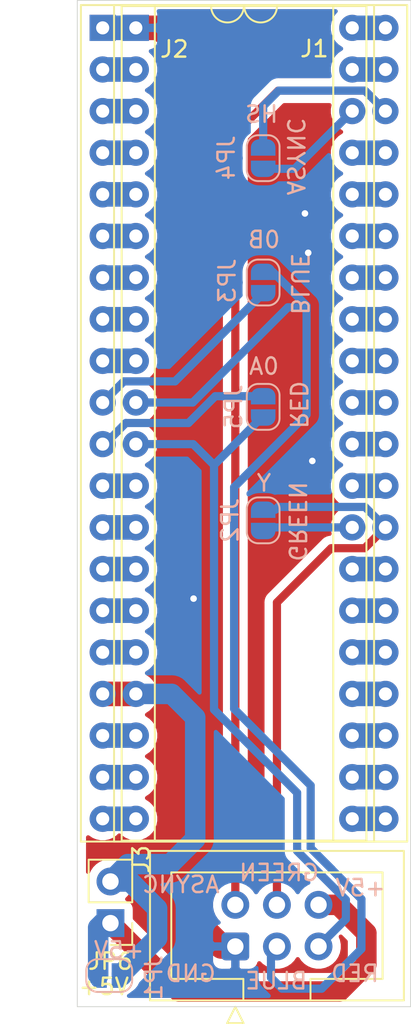
<source format=kicad_pcb>
(kicad_pcb (version 20171130) (host pcbnew 5.1.5+dfsg1-2build2)

  (general
    (thickness 1.6)
    (drawings 20)
    (tracks 128)
    (zones 0)
    (modules 9)
    (nets 46)
  )

  (page A)
  (layers
    (0 F.Cu signal)
    (31 B.Cu signal)
    (32 B.Adhes user)
    (33 F.Adhes user)
    (34 B.Paste user)
    (35 F.Paste user)
    (36 B.SilkS user)
    (37 F.SilkS user)
    (38 B.Mask user)
    (39 F.Mask user)
    (40 Dwgs.User user)
    (41 Cmts.User user)
    (42 Eco1.User user)
    (43 Eco2.User user)
    (44 Edge.Cuts user)
    (45 Margin user)
    (46 B.CrtYd user)
    (47 F.CrtYd user)
    (48 B.Fab user)
    (49 F.Fab user)
  )

  (setup
    (last_trace_width 1.5)
    (user_trace_width 0.5)
    (user_trace_width 1.25)
    (user_trace_width 1.5)
    (trace_clearance 0.2)
    (zone_clearance 0.508)
    (zone_45_only no)
    (trace_min 0.2)
    (via_size 0.8)
    (via_drill 0.4)
    (via_min_size 0.4)
    (via_min_drill 0.3)
    (user_via 1.6 0.8)
    (uvia_size 0.3)
    (uvia_drill 0.1)
    (uvias_allowed no)
    (uvia_min_size 0.2)
    (uvia_min_drill 0.1)
    (edge_width 0.05)
    (segment_width 0.2)
    (pcb_text_width 0.3)
    (pcb_text_size 1.5 1.5)
    (mod_edge_width 0.12)
    (mod_text_size 1 1)
    (mod_text_width 0.15)
    (pad_size 1.524 1.524)
    (pad_drill 0.762)
    (pad_to_mask_clearance 0.051)
    (solder_mask_min_width 0.25)
    (aux_axis_origin 0 0)
    (visible_elements FFFFFF7F)
    (pcbplotparams
      (layerselection 0x010fc_ffffffff)
      (usegerberextensions false)
      (usegerberattributes false)
      (usegerberadvancedattributes false)
      (creategerberjobfile false)
      (excludeedgelayer true)
      (linewidth 0.100000)
      (plotframeref false)
      (viasonmask false)
      (mode 1)
      (useauxorigin false)
      (hpglpennumber 1)
      (hpglpenspeed 20)
      (hpglpendiameter 15.000000)
      (psnegative false)
      (psa4output false)
      (plotreference true)
      (plotvalue true)
      (plotinvisibletext false)
      (padsonsilk false)
      (subtractmaskfromsilk false)
      (outputformat 1)
      (mirror false)
      (drillshape 0)
      (scaleselection 1)
      (outputdirectory "gerber/"))
  )

  (net 0 "")
  (net 1 GND)
  (net 2 /DA12)
  (net 3 /DD6)
  (net 4 /DA0)
  (net 5 /DD0)
  (net 6 /DA1)
  (net 7 /DD1)
  (net 8 /DA2)
  (net 9 /DD2)
  (net 10 /DA3)
  (net 11 /DD3)
  (net 12 /DA4)
  (net 13 /DD4)
  (net 14 /GM2)
  (net 15 /DD5)
  (net 16 /GREEN)
  (net 17 /CHB)
  (net 18 /GM1)
  (net 19 /ϴB)
  (net 20 /GM0)
  (net 21 /ϴA)
  (net 22 /~INT~_~EXT)
  (net 23 /~MS)
  (net 24 /INV)
  (net 25 /DA5)
  (net 26 /CLK)
  (net 27 /DA6)
  (net 28 /~A~_S)
  (net 29 /DA7)
  (net 30 /~A~_G)
  (net 31 /DA8)
  (net 32 /~RP)
  (net 33 +5V)
  (net 34 /~FS)
  (net 35 /DA9)
  (net 36 /HS)
  (net 37 /DA10)
  (net 38 /CS)
  (net 39 /DA11)
  (net 40 /DD7)
  (net 41 /Y)
  (net 42 "Net-(J3-Pad6)")
  (net 43 /BLUE)
  (net 44 /RED)
  (net 45 /ASYNC)

  (net_class Default "This is the default net class."
    (clearance 0.2)
    (trace_width 0.25)
    (via_dia 0.8)
    (via_drill 0.4)
    (uvia_dia 0.3)
    (uvia_drill 0.1)
    (add_net +5V)
    (add_net /ASYNC)
    (add_net /BLUE)
    (add_net /CHB)
    (add_net /CLK)
    (add_net /CS)
    (add_net /DA0)
    (add_net /DA1)
    (add_net /DA10)
    (add_net /DA11)
    (add_net /DA12)
    (add_net /DA2)
    (add_net /DA3)
    (add_net /DA4)
    (add_net /DA5)
    (add_net /DA6)
    (add_net /DA7)
    (add_net /DA8)
    (add_net /DA9)
    (add_net /DD0)
    (add_net /DD1)
    (add_net /DD2)
    (add_net /DD3)
    (add_net /DD4)
    (add_net /DD5)
    (add_net /DD6)
    (add_net /DD7)
    (add_net /GM0)
    (add_net /GM1)
    (add_net /GM2)
    (add_net /GREEN)
    (add_net /HS)
    (add_net /INV)
    (add_net /RED)
    (add_net /Y)
    (add_net /~A~_G)
    (add_net /~A~_S)
    (add_net /~FS)
    (add_net /~INT~_~EXT)
    (add_net /~MS)
    (add_net /~RP)
    (add_net /ϴA)
    (add_net /ϴB)
    (add_net GND)
    (add_net "Net-(J3-Pad6)")
  )

  (module Package_DIP:DIP-40_W15.24mm_Socket (layer F.Cu) (tedit 5A02E8C5) (tstamp 622CB801)
    (at 125.000001 60.625001)
    (descr "40-lead though-hole mounted DIP package, row spacing 15.24 mm (600 mils), Socket")
    (tags "THT DIP DIL PDIP 2.54mm 15.24mm 600mil Socket")
    (path /60A75F6E)
    (fp_text reference J1 (at 10.9 1.274999) (layer F.SilkS)
      (effects (font (size 1 1) (thickness 0.15)))
    )
    (fp_text value Conn_02x20_Counter_Clockwise (at 7.62 50.59) (layer F.Fab) hide
      (effects (font (size 1 1) (thickness 0.15)))
    )
    (fp_arc (start 7.62 -1.33) (end 6.62 -1.33) (angle -180) (layer F.SilkS) (width 0.12))
    (fp_line (start 1.255 -1.27) (end 14.985 -1.27) (layer F.Fab) (width 0.1))
    (fp_line (start 14.985 -1.27) (end 14.985 49.53) (layer F.Fab) (width 0.1))
    (fp_line (start 14.985 49.53) (end 0.255 49.53) (layer F.Fab) (width 0.1))
    (fp_line (start 0.255 49.53) (end 0.255 -0.27) (layer F.Fab) (width 0.1))
    (fp_line (start 0.255 -0.27) (end 1.255 -1.27) (layer F.Fab) (width 0.1))
    (fp_line (start -1.27 -1.33) (end -1.27 49.59) (layer F.Fab) (width 0.1))
    (fp_line (start -1.27 49.59) (end 16.51 49.59) (layer F.Fab) (width 0.1))
    (fp_line (start 16.51 49.59) (end 16.51 -1.33) (layer F.Fab) (width 0.1))
    (fp_line (start 16.51 -1.33) (end -1.27 -1.33) (layer F.Fab) (width 0.1))
    (fp_line (start 6.62 -1.33) (end 1.16 -1.33) (layer F.SilkS) (width 0.12))
    (fp_line (start 1.16 -1.33) (end 1.16 49.59) (layer F.SilkS) (width 0.12))
    (fp_line (start 1.16 49.59) (end 14.08 49.59) (layer F.SilkS) (width 0.12))
    (fp_line (start 14.08 49.59) (end 14.08 -1.33) (layer F.SilkS) (width 0.12))
    (fp_line (start 14.08 -1.33) (end 8.62 -1.33) (layer F.SilkS) (width 0.12))
    (fp_line (start -1.33 -1.39) (end -1.33 49.65) (layer F.SilkS) (width 0.12))
    (fp_line (start -1.33 49.65) (end 16.57 49.65) (layer F.SilkS) (width 0.12))
    (fp_line (start 16.57 49.65) (end 16.57 -1.39) (layer F.SilkS) (width 0.12))
    (fp_line (start 16.57 -1.39) (end -1.33 -1.39) (layer F.SilkS) (width 0.12))
    (fp_line (start -1.55 -1.6) (end -1.55 49.85) (layer F.CrtYd) (width 0.05))
    (fp_line (start -1.55 49.85) (end 16.8 49.85) (layer F.CrtYd) (width 0.05))
    (fp_line (start 16.8 49.85) (end 16.8 -1.6) (layer F.CrtYd) (width 0.05))
    (fp_line (start 16.8 -1.6) (end -1.55 -1.6) (layer F.CrtYd) (width 0.05))
    (fp_text user %R (at 11.025 -0.075001) (layer F.Fab)
      (effects (font (size 1 1) (thickness 0.15)))
    )
    (pad 1 thru_hole rect (at 0 0) (size 1.6 1.6) (drill 0.8) (layers *.Cu *.Mask)
      (net 1 GND))
    (pad 21 thru_hole oval (at 15.24 48.26) (size 1.6 1.6) (drill 0.8) (layers *.Cu *.Mask)
      (net 2 /DA12))
    (pad 2 thru_hole oval (at 0 2.54) (size 1.6 1.6) (drill 0.8) (layers *.Cu *.Mask)
      (net 3 /DD6))
    (pad 22 thru_hole oval (at 15.24 45.72) (size 1.6 1.6) (drill 0.8) (layers *.Cu *.Mask)
      (net 4 /DA0))
    (pad 3 thru_hole oval (at 0 5.08) (size 1.6 1.6) (drill 0.8) (layers *.Cu *.Mask)
      (net 5 /DD0))
    (pad 23 thru_hole oval (at 15.24 43.18) (size 1.6 1.6) (drill 0.8) (layers *.Cu *.Mask)
      (net 6 /DA1))
    (pad 4 thru_hole oval (at 0 7.62) (size 1.6 1.6) (drill 0.8) (layers *.Cu *.Mask)
      (net 7 /DD1))
    (pad 24 thru_hole oval (at 15.24 40.64) (size 1.6 1.6) (drill 0.8) (layers *.Cu *.Mask)
      (net 8 /DA2))
    (pad 5 thru_hole oval (at 0 10.16) (size 1.6 1.6) (drill 0.8) (layers *.Cu *.Mask)
      (net 9 /DD2))
    (pad 25 thru_hole oval (at 15.24 38.1) (size 1.6 1.6) (drill 0.8) (layers *.Cu *.Mask)
      (net 10 /DA3))
    (pad 6 thru_hole oval (at 0 12.7) (size 1.6 1.6) (drill 0.8) (layers *.Cu *.Mask)
      (net 11 /DD3))
    (pad 26 thru_hole oval (at 15.24 35.56) (size 1.6 1.6) (drill 0.8) (layers *.Cu *.Mask)
      (net 12 /DA4))
    (pad 7 thru_hole oval (at 0 15.24) (size 1.6 1.6) (drill 0.8) (layers *.Cu *.Mask)
      (net 13 /DD4))
    (pad 27 thru_hole oval (at 15.24 33.02) (size 1.6 1.6) (drill 0.8) (layers *.Cu *.Mask)
      (net 14 /GM2))
    (pad 8 thru_hole oval (at 0 17.78) (size 1.6 1.6) (drill 0.8) (layers *.Cu *.Mask)
      (net 15 /DD5))
    (pad 28 thru_hole oval (at 15.24 30.48) (size 1.6 1.6) (drill 0.8) (layers *.Cu *.Mask)
      (net 16 /GREEN))
    (pad 9 thru_hole oval (at 0 20.32) (size 1.6 1.6) (drill 0.8) (layers *.Cu *.Mask)
      (net 17 /CHB))
    (pad 29 thru_hole oval (at 15.24 27.94) (size 1.6 1.6) (drill 0.8) (layers *.Cu *.Mask)
      (net 18 /GM1))
    (pad 10 thru_hole oval (at 0 22.86) (size 1.6 1.6) (drill 0.8) (layers *.Cu *.Mask)
      (net 43 /BLUE))
    (pad 30 thru_hole oval (at 15.24 25.4) (size 1.6 1.6) (drill 0.8) (layers *.Cu *.Mask)
      (net 20 /GM0))
    (pad 11 thru_hole oval (at 0 25.4) (size 1.6 1.6) (drill 0.8) (layers *.Cu *.Mask)
      (net 44 /RED))
    (pad 31 thru_hole oval (at 15.24 22.86) (size 1.6 1.6) (drill 0.8) (layers *.Cu *.Mask)
      (net 22 /~INT~_~EXT))
    (pad 12 thru_hole oval (at 0 27.94) (size 1.6 1.6) (drill 0.8) (layers *.Cu *.Mask)
      (net 23 /~MS))
    (pad 32 thru_hole oval (at 15.24 20.32) (size 1.6 1.6) (drill 0.8) (layers *.Cu *.Mask)
      (net 24 /INV))
    (pad 13 thru_hole oval (at 0 30.48) (size 1.6 1.6) (drill 0.8) (layers *.Cu *.Mask)
      (net 25 /DA5))
    (pad 33 thru_hole oval (at 15.24 17.78) (size 1.6 1.6) (drill 0.8) (layers *.Cu *.Mask)
      (net 26 /CLK))
    (pad 14 thru_hole oval (at 0 33.02) (size 1.6 1.6) (drill 0.8) (layers *.Cu *.Mask)
      (net 27 /DA6))
    (pad 34 thru_hole oval (at 15.24 15.24) (size 1.6 1.6) (drill 0.8) (layers *.Cu *.Mask)
      (net 28 /~A~_S))
    (pad 15 thru_hole oval (at 0 35.56) (size 1.6 1.6) (drill 0.8) (layers *.Cu *.Mask)
      (net 29 /DA7))
    (pad 35 thru_hole oval (at 15.24 12.7) (size 1.6 1.6) (drill 0.8) (layers *.Cu *.Mask)
      (net 30 /~A~_G))
    (pad 16 thru_hole oval (at 0 38.1) (size 1.6 1.6) (drill 0.8) (layers *.Cu *.Mask)
      (net 31 /DA8))
    (pad 36 thru_hole oval (at 15.24 10.16) (size 1.6 1.6) (drill 0.8) (layers *.Cu *.Mask)
      (net 32 /~RP))
    (pad 17 thru_hole oval (at 0 40.64) (size 1.6 1.6) (drill 0.8) (layers *.Cu *.Mask)
      (net 33 +5V))
    (pad 37 thru_hole oval (at 15.24 7.62) (size 1.6 1.6) (drill 0.8) (layers *.Cu *.Mask)
      (net 34 /~FS))
    (pad 18 thru_hole oval (at 0 43.18) (size 1.6 1.6) (drill 0.8) (layers *.Cu *.Mask)
      (net 35 /DA9))
    (pad 38 thru_hole oval (at 15.24 5.08) (size 1.6 1.6) (drill 0.8) (layers *.Cu *.Mask)
      (net 45 /ASYNC))
    (pad 19 thru_hole oval (at 0 45.72) (size 1.6 1.6) (drill 0.8) (layers *.Cu *.Mask)
      (net 37 /DA10))
    (pad 39 thru_hole oval (at 15.24 2.54) (size 1.6 1.6) (drill 0.8) (layers *.Cu *.Mask)
      (net 38 /CS))
    (pad 20 thru_hole oval (at 0 48.26) (size 1.6 1.6) (drill 0.8) (layers *.Cu *.Mask)
      (net 39 /DA11))
    (pad 40 thru_hole oval (at 15.24 0) (size 1.6 1.6) (drill 0.8) (layers *.Cu *.Mask)
      (net 40 /DD7))
    (model ${KISYS3DMOD}/Package_DIP.3dshapes/DIP-40_W15.24mm_Socket.wrl
      (at (xyz 0 0 0))
      (scale (xyz 1 1 1))
      (rotate (xyz 0 0 0))
    )
  )

  (module Package_DIP:DIP-40_W15.24mm_Socket (layer F.Cu) (tedit 5A02E8C5) (tstamp 622E0B72)
    (at 122.975 60.625001)
    (descr "40-lead though-hole mounted DIP package, row spacing 15.24 mm (600 mils), Socket")
    (tags "THT DIP DIL PDIP 2.54mm 15.24mm 600mil Socket")
    (path /622E6728)
    (fp_text reference J2 (at 4.374999 1.299999) (layer F.SilkS)
      (effects (font (size 1 1) (thickness 0.15)))
    )
    (fp_text value Conn_02x20_Counter_Clockwise (at 7.62 50.59) (layer F.Fab) hide
      (effects (font (size 1 1) (thickness 0.15)))
    )
    (fp_text user %R (at 4.574999 0.024999) (layer F.Fab)
      (effects (font (size 1 1) (thickness 0.15)))
    )
    (fp_line (start 16.8 -1.6) (end -1.55 -1.6) (layer F.CrtYd) (width 0.05))
    (fp_line (start 16.8 49.85) (end 16.8 -1.6) (layer F.CrtYd) (width 0.05))
    (fp_line (start -1.55 49.85) (end 16.8 49.85) (layer F.CrtYd) (width 0.05))
    (fp_line (start -1.55 -1.6) (end -1.55 49.85) (layer F.CrtYd) (width 0.05))
    (fp_line (start 16.57 -1.39) (end -1.33 -1.39) (layer F.SilkS) (width 0.12))
    (fp_line (start 16.57 49.65) (end 16.57 -1.39) (layer F.SilkS) (width 0.12))
    (fp_line (start -1.33 49.65) (end 16.57 49.65) (layer F.SilkS) (width 0.12))
    (fp_line (start -1.33 -1.39) (end -1.33 49.65) (layer F.SilkS) (width 0.12))
    (fp_line (start 14.08 -1.33) (end 8.62 -1.33) (layer F.SilkS) (width 0.12))
    (fp_line (start 14.08 49.59) (end 14.08 -1.33) (layer F.SilkS) (width 0.12))
    (fp_line (start 1.16 49.59) (end 14.08 49.59) (layer F.SilkS) (width 0.12))
    (fp_line (start 1.16 -1.33) (end 1.16 49.59) (layer F.SilkS) (width 0.12))
    (fp_line (start 6.62 -1.33) (end 1.16 -1.33) (layer F.SilkS) (width 0.12))
    (fp_line (start 16.51 -1.33) (end -1.27 -1.33) (layer F.Fab) (width 0.1))
    (fp_line (start 16.51 49.59) (end 16.51 -1.33) (layer F.Fab) (width 0.1))
    (fp_line (start -1.27 49.59) (end 16.51 49.59) (layer F.Fab) (width 0.1))
    (fp_line (start -1.27 -1.33) (end -1.27 49.59) (layer F.Fab) (width 0.1))
    (fp_line (start 0.255 -0.27) (end 1.255 -1.27) (layer F.Fab) (width 0.1))
    (fp_line (start 0.255 49.53) (end 0.255 -0.27) (layer F.Fab) (width 0.1))
    (fp_line (start 14.985 49.53) (end 0.255 49.53) (layer F.Fab) (width 0.1))
    (fp_line (start 14.985 -1.27) (end 14.985 49.53) (layer F.Fab) (width 0.1))
    (fp_line (start 1.255 -1.27) (end 14.985 -1.27) (layer F.Fab) (width 0.1))
    (fp_arc (start 7.62 -1.33) (end 6.62 -1.33) (angle -180) (layer F.SilkS) (width 0.12))
    (pad 40 thru_hole oval (at 15.24 0) (size 1.6 1.6) (drill 0.8) (layers *.Cu *.Mask)
      (net 40 /DD7))
    (pad 20 thru_hole oval (at 0 48.26) (size 1.6 1.6) (drill 0.8) (layers *.Cu *.Mask)
      (net 39 /DA11))
    (pad 39 thru_hole oval (at 15.24 2.54) (size 1.6 1.6) (drill 0.8) (layers *.Cu *.Mask)
      (net 38 /CS))
    (pad 19 thru_hole oval (at 0 45.72) (size 1.6 1.6) (drill 0.8) (layers *.Cu *.Mask)
      (net 37 /DA10))
    (pad 38 thru_hole oval (at 15.24 5.08) (size 1.6 1.6) (drill 0.8) (layers *.Cu *.Mask)
      (net 36 /HS))
    (pad 18 thru_hole oval (at 0 43.18) (size 1.6 1.6) (drill 0.8) (layers *.Cu *.Mask)
      (net 35 /DA9))
    (pad 37 thru_hole oval (at 15.24 7.62) (size 1.6 1.6) (drill 0.8) (layers *.Cu *.Mask)
      (net 34 /~FS))
    (pad 17 thru_hole oval (at 0 40.64) (size 1.6 1.6) (drill 0.8) (layers *.Cu *.Mask)
      (net 33 +5V))
    (pad 36 thru_hole oval (at 15.24 10.16) (size 1.6 1.6) (drill 0.8) (layers *.Cu *.Mask)
      (net 32 /~RP))
    (pad 16 thru_hole oval (at 0 38.1) (size 1.6 1.6) (drill 0.8) (layers *.Cu *.Mask)
      (net 31 /DA8))
    (pad 35 thru_hole oval (at 15.24 12.7) (size 1.6 1.6) (drill 0.8) (layers *.Cu *.Mask)
      (net 30 /~A~_G))
    (pad 15 thru_hole oval (at 0 35.56) (size 1.6 1.6) (drill 0.8) (layers *.Cu *.Mask)
      (net 29 /DA7))
    (pad 34 thru_hole oval (at 15.24 15.24) (size 1.6 1.6) (drill 0.8) (layers *.Cu *.Mask)
      (net 28 /~A~_S))
    (pad 14 thru_hole oval (at 0 33.02) (size 1.6 1.6) (drill 0.8) (layers *.Cu *.Mask)
      (net 27 /DA6))
    (pad 33 thru_hole oval (at 15.24 17.78) (size 1.6 1.6) (drill 0.8) (layers *.Cu *.Mask)
      (net 26 /CLK))
    (pad 13 thru_hole oval (at 0 30.48) (size 1.6 1.6) (drill 0.8) (layers *.Cu *.Mask)
      (net 25 /DA5))
    (pad 32 thru_hole oval (at 15.24 20.32) (size 1.6 1.6) (drill 0.8) (layers *.Cu *.Mask)
      (net 24 /INV))
    (pad 12 thru_hole oval (at 0 27.94) (size 1.6 1.6) (drill 0.8) (layers *.Cu *.Mask)
      (net 23 /~MS))
    (pad 31 thru_hole oval (at 15.24 22.86) (size 1.6 1.6) (drill 0.8) (layers *.Cu *.Mask)
      (net 22 /~INT~_~EXT))
    (pad 11 thru_hole oval (at 0 25.4) (size 1.6 1.6) (drill 0.8) (layers *.Cu *.Mask)
      (net 21 /ϴA))
    (pad 30 thru_hole oval (at 15.24 25.4) (size 1.6 1.6) (drill 0.8) (layers *.Cu *.Mask)
      (net 20 /GM0))
    (pad 10 thru_hole oval (at 0 22.86) (size 1.6 1.6) (drill 0.8) (layers *.Cu *.Mask)
      (net 19 /ϴB))
    (pad 29 thru_hole oval (at 15.24 27.94) (size 1.6 1.6) (drill 0.8) (layers *.Cu *.Mask)
      (net 18 /GM1))
    (pad 9 thru_hole oval (at 0 20.32) (size 1.6 1.6) (drill 0.8) (layers *.Cu *.Mask)
      (net 17 /CHB))
    (pad 28 thru_hole oval (at 15.24 30.48) (size 1.6 1.6) (drill 0.8) (layers *.Cu *.Mask)
      (net 41 /Y))
    (pad 8 thru_hole oval (at 0 17.78) (size 1.6 1.6) (drill 0.8) (layers *.Cu *.Mask)
      (net 15 /DD5))
    (pad 27 thru_hole oval (at 15.24 33.02) (size 1.6 1.6) (drill 0.8) (layers *.Cu *.Mask)
      (net 14 /GM2))
    (pad 7 thru_hole oval (at 0 15.24) (size 1.6 1.6) (drill 0.8) (layers *.Cu *.Mask)
      (net 13 /DD4))
    (pad 26 thru_hole oval (at 15.24 35.56) (size 1.6 1.6) (drill 0.8) (layers *.Cu *.Mask)
      (net 12 /DA4))
    (pad 6 thru_hole oval (at 0 12.7) (size 1.6 1.6) (drill 0.8) (layers *.Cu *.Mask)
      (net 11 /DD3))
    (pad 25 thru_hole oval (at 15.24 38.1) (size 1.6 1.6) (drill 0.8) (layers *.Cu *.Mask)
      (net 10 /DA3))
    (pad 5 thru_hole oval (at 0 10.16) (size 1.6 1.6) (drill 0.8) (layers *.Cu *.Mask)
      (net 9 /DD2))
    (pad 24 thru_hole oval (at 15.24 40.64) (size 1.6 1.6) (drill 0.8) (layers *.Cu *.Mask)
      (net 8 /DA2))
    (pad 4 thru_hole oval (at 0 7.62) (size 1.6 1.6) (drill 0.8) (layers *.Cu *.Mask)
      (net 7 /DD1))
    (pad 23 thru_hole oval (at 15.24 43.18) (size 1.6 1.6) (drill 0.8) (layers *.Cu *.Mask)
      (net 6 /DA1))
    (pad 3 thru_hole oval (at 0 5.08) (size 1.6 1.6) (drill 0.8) (layers *.Cu *.Mask)
      (net 5 /DD0))
    (pad 22 thru_hole oval (at 15.24 45.72) (size 1.6 1.6) (drill 0.8) (layers *.Cu *.Mask)
      (net 4 /DA0))
    (pad 2 thru_hole oval (at 0 2.54) (size 1.6 1.6) (drill 0.8) (layers *.Cu *.Mask)
      (net 3 /DD6))
    (pad 21 thru_hole oval (at 15.24 48.26) (size 1.6 1.6) (drill 0.8) (layers *.Cu *.Mask)
      (net 2 /DA12))
    (pad 1 thru_hole rect (at 0 0) (size 1.6 1.6) (drill 0.8) (layers *.Cu *.Mask)
      (net 1 GND))
    (model ${KISYS3DMOD}/Connector_PinHeader_2.54mm.3dshapes/PinHeader_1x20_P2.54mm_Vertical.step
      (offset (xyz 0 0 -1.5))
      (scale (xyz 1 1 1))
      (rotate (xyz 0 180 0))
    )
    (model ${KISYS3DMOD}/Connector_PinHeader_2.54mm.3dshapes/PinHeader_1x20_P2.54mm_Vertical.step
      (offset (xyz 15.18 0 -1.5))
      (scale (xyz 1 1 1))
      (rotate (xyz 0 -180 0))
    )
  )

  (module Connector_IDC:IDC-Header_2x03_P2.54mm_Vertical (layer F.Cu) (tedit 5EAC9A07) (tstamp 622CB870)
    (at 131.075 116.675 90)
    (descr "Through hole IDC box header, 2x03, 2.54mm pitch, DIN 41651 / IEC 60603-13, double rows, https://docs.google.com/spreadsheets/d/16SsEcesNF15N3Lb4niX7dcUr-NY5_MFPQhobNuNppn4/edit#gid=0")
    (tags "Through hole vertical IDC box header THT 2x03 2.54mm double row")
    (path /60A75BE4)
    (fp_text reference J3 (at 5.325 -5.75 270) (layer F.SilkS)
      (effects (font (size 1 1) (thickness 0.15)))
    )
    (fp_text value Conn_02x03_Odd_Even (at 1.27 11.18 90) (layer F.Fab) hide
      (effects (font (size 1 1) (thickness 0.15)))
    )
    (fp_line (start -3.18 -4.1) (end -2.18 -5.1) (layer F.Fab) (width 0.1))
    (fp_line (start -2.18 -5.1) (end 5.72 -5.1) (layer F.Fab) (width 0.1))
    (fp_line (start 5.72 -5.1) (end 5.72 10.18) (layer F.Fab) (width 0.1))
    (fp_line (start 5.72 10.18) (end -3.18 10.18) (layer F.Fab) (width 0.1))
    (fp_line (start -3.18 10.18) (end -3.18 -4.1) (layer F.Fab) (width 0.1))
    (fp_line (start -3.18 0.49) (end -1.98 0.49) (layer F.Fab) (width 0.1))
    (fp_line (start -1.98 0.49) (end -1.98 -3.91) (layer F.Fab) (width 0.1))
    (fp_line (start -1.98 -3.91) (end 4.52 -3.91) (layer F.Fab) (width 0.1))
    (fp_line (start 4.52 -3.91) (end 4.52 8.99) (layer F.Fab) (width 0.1))
    (fp_line (start 4.52 8.99) (end -1.98 8.99) (layer F.Fab) (width 0.1))
    (fp_line (start -1.98 8.99) (end -1.98 4.59) (layer F.Fab) (width 0.1))
    (fp_line (start -1.98 4.59) (end -1.98 4.59) (layer F.Fab) (width 0.1))
    (fp_line (start -1.98 4.59) (end -3.18 4.59) (layer F.Fab) (width 0.1))
    (fp_line (start -3.29 -5.21) (end 5.83 -5.21) (layer F.SilkS) (width 0.12))
    (fp_line (start 5.83 -5.21) (end 5.83 10.29) (layer F.SilkS) (width 0.12))
    (fp_line (start 5.83 10.29) (end -3.29 10.29) (layer F.SilkS) (width 0.12))
    (fp_line (start -3.29 10.29) (end -3.29 -5.21) (layer F.SilkS) (width 0.12))
    (fp_line (start -3.29 0.49) (end -1.98 0.49) (layer F.SilkS) (width 0.12))
    (fp_line (start -1.98 0.49) (end -1.98 -3.91) (layer F.SilkS) (width 0.12))
    (fp_line (start -1.98 -3.91) (end 4.52 -3.91) (layer F.SilkS) (width 0.12))
    (fp_line (start 4.52 -3.91) (end 4.52 8.99) (layer F.SilkS) (width 0.12))
    (fp_line (start 4.52 8.99) (end -1.98 8.99) (layer F.SilkS) (width 0.12))
    (fp_line (start -1.98 8.99) (end -1.98 4.59) (layer F.SilkS) (width 0.12))
    (fp_line (start -1.98 4.59) (end -1.98 4.59) (layer F.SilkS) (width 0.12))
    (fp_line (start -1.98 4.59) (end -3.29 4.59) (layer F.SilkS) (width 0.12))
    (fp_line (start -3.68 0) (end -4.68 -0.5) (layer F.SilkS) (width 0.12))
    (fp_line (start -4.68 -0.5) (end -4.68 0.5) (layer F.SilkS) (width 0.12))
    (fp_line (start -4.68 0.5) (end -3.68 0) (layer F.SilkS) (width 0.12))
    (fp_line (start -3.68 -5.6) (end -3.68 10.69) (layer F.CrtYd) (width 0.05))
    (fp_line (start -3.68 10.69) (end 6.22 10.69) (layer F.CrtYd) (width 0.05))
    (fp_line (start 6.22 10.69) (end 6.22 -5.6) (layer F.CrtYd) (width 0.05))
    (fp_line (start 6.22 -5.6) (end -3.68 -5.6) (layer F.CrtYd) (width 0.05))
    (fp_text user %R (at 1.27 2.54) (layer F.Fab)
      (effects (font (size 1 1) (thickness 0.15)))
    )
    (pad 1 thru_hole roundrect (at 0 0 90) (size 1.7 1.7) (drill 1) (layers *.Cu *.Mask) (roundrect_rratio 0.147059)
      (net 1 GND))
    (pad 3 thru_hole circle (at 0 2.54 90) (size 1.7 1.7) (drill 1) (layers *.Cu *.Mask)
      (net 43 /BLUE))
    (pad 5 thru_hole circle (at 0 5.08 90) (size 1.7 1.7) (drill 1) (layers *.Cu *.Mask)
      (net 44 /RED))
    (pad 2 thru_hole circle (at 2.54 0 90) (size 1.7 1.7) (drill 1) (layers *.Cu *.Mask)
      (net 45 /ASYNC))
    (pad 4 thru_hole circle (at 2.54 2.54 90) (size 1.7 1.7) (drill 1) (layers *.Cu *.Mask)
      (net 16 /GREEN))
    (pad 6 thru_hole circle (at 2.54 5.08 90) (size 1.7 1.7) (drill 1) (layers *.Cu *.Mask)
      (net 42 "Net-(J3-Pad6)"))
    (model ${KISYS3DMOD}/Connector_IDC.3dshapes/IDC-Header_2x03_P2.54mm_Vertical.wrl
      (at (xyz 0 0 0))
      (scale (xyz 1 1 1))
      (rotate (xyz 0 0 0))
    )
  )

  (module Jumper:SolderJumper-2_P1.3mm_Open_RoundedPad1.0x1.5mm (layer B.Cu) (tedit 5B391E66) (tstamp 622CB882)
    (at 123.375 118.45 180)
    (descr "SMD Solder Jumper, 1x1.5mm, rounded Pads, 0.3mm gap, open")
    (tags "solder jumper open")
    (path /623051F3)
    (attr virtual)
    (fp_text reference JP1 (at -2.725 -0.125 270) (layer B.SilkS)
      (effects (font (size 1 1) (thickness 0.15)) (justify mirror))
    )
    (fp_text value SolderJumper_2_Open (at 0 -1.9 180) (layer B.Fab) hide
      (effects (font (size 1 1) (thickness 0.15)) (justify mirror))
    )
    (fp_arc (start 0.7 0.3) (end 1.4 0.3) (angle 90) (layer B.SilkS) (width 0.12))
    (fp_arc (start 0.7 -0.3) (end 0.7 -1) (angle 90) (layer B.SilkS) (width 0.12))
    (fp_arc (start -0.7 -0.3) (end -1.4 -0.3) (angle 90) (layer B.SilkS) (width 0.12))
    (fp_arc (start -0.7 0.3) (end -0.7 1) (angle 90) (layer B.SilkS) (width 0.12))
    (fp_line (start -1.4 -0.3) (end -1.4 0.3) (layer B.SilkS) (width 0.12))
    (fp_line (start 0.7 -1) (end -0.7 -1) (layer B.SilkS) (width 0.12))
    (fp_line (start 1.4 0.3) (end 1.4 -0.3) (layer B.SilkS) (width 0.12))
    (fp_line (start -0.7 1) (end 0.7 1) (layer B.SilkS) (width 0.12))
    (fp_line (start -1.65 1.25) (end 1.65 1.25) (layer B.CrtYd) (width 0.05))
    (fp_line (start -1.65 1.25) (end -1.65 -1.25) (layer B.CrtYd) (width 0.05))
    (fp_line (start 1.65 -1.25) (end 1.65 1.25) (layer B.CrtYd) (width 0.05))
    (fp_line (start 1.65 -1.25) (end -1.65 -1.25) (layer B.CrtYd) (width 0.05))
    (pad 1 smd custom (at -0.65 0 180) (size 1 0.5) (layers B.Cu B.Mask)
      (net 33 +5V) (zone_connect 2)
      (options (clearance outline) (anchor rect))
      (primitives
        (gr_circle (center 0 -0.25) (end 0.5 -0.25) (width 0))
        (gr_circle (center 0 0.25) (end 0.5 0.25) (width 0))
        (gr_poly (pts
           (xy 0 0.75) (xy 0.5 0.75) (xy 0.5 -0.75) (xy 0 -0.75)) (width 0))
      ))
    (pad 2 smd custom (at 0.65 0 180) (size 1 0.5) (layers B.Cu B.Mask)
      (net 42 "Net-(J3-Pad6)") (zone_connect 2)
      (options (clearance outline) (anchor rect))
      (primitives
        (gr_circle (center 0 -0.25) (end 0.5 -0.25) (width 0))
        (gr_circle (center 0 0.25) (end 0.5 0.25) (width 0))
        (gr_poly (pts
           (xy 0 0.75) (xy -0.5 0.75) (xy -0.5 -0.75) (xy 0 -0.75)) (width 0))
      ))
  )

  (module Jumper:SolderJumper-2_P1.3mm_Open_RoundedPad1.0x1.5mm (layer B.Cu) (tedit 5B391E66) (tstamp 622CB894)
    (at 132.775 90.675 90)
    (descr "SMD Solder Jumper, 1x1.5mm, rounded Pads, 0.3mm gap, open")
    (tags "solder jumper open")
    (path /623183F8)
    (attr virtual)
    (fp_text reference JP2 (at 0 -2.025 -90) (layer B.SilkS)
      (effects (font (size 1 1) (thickness 0.15)) (justify mirror))
    )
    (fp_text value SolderJumper_2_Open (at 0 -1.9 -90) (layer B.Fab) hide
      (effects (font (size 1 1) (thickness 0.15)) (justify mirror))
    )
    (fp_line (start 1.65 -1.25) (end -1.65 -1.25) (layer B.CrtYd) (width 0.05))
    (fp_line (start 1.65 -1.25) (end 1.65 1.25) (layer B.CrtYd) (width 0.05))
    (fp_line (start -1.65 1.25) (end -1.65 -1.25) (layer B.CrtYd) (width 0.05))
    (fp_line (start -1.65 1.25) (end 1.65 1.25) (layer B.CrtYd) (width 0.05))
    (fp_line (start -0.7 1) (end 0.7 1) (layer B.SilkS) (width 0.12))
    (fp_line (start 1.4 0.3) (end 1.4 -0.3) (layer B.SilkS) (width 0.12))
    (fp_line (start 0.7 -1) (end -0.7 -1) (layer B.SilkS) (width 0.12))
    (fp_line (start -1.4 -0.3) (end -1.4 0.3) (layer B.SilkS) (width 0.12))
    (fp_arc (start -0.7 0.3) (end -0.7 1) (angle 90) (layer B.SilkS) (width 0.12))
    (fp_arc (start -0.7 -0.3) (end -1.4 -0.3) (angle 90) (layer B.SilkS) (width 0.12))
    (fp_arc (start 0.7 -0.3) (end 0.7 -1) (angle 90) (layer B.SilkS) (width 0.12))
    (fp_arc (start 0.7 0.3) (end 1.4 0.3) (angle 90) (layer B.SilkS) (width 0.12))
    (pad 2 smd custom (at 0.65 0 90) (size 1 0.5) (layers B.Cu B.Mask)
      (net 16 /GREEN) (zone_connect 2)
      (options (clearance outline) (anchor rect))
      (primitives
        (gr_circle (center 0 -0.25) (end 0.5 -0.25) (width 0))
        (gr_circle (center 0 0.25) (end 0.5 0.25) (width 0))
        (gr_poly (pts
           (xy 0 0.75) (xy -0.5 0.75) (xy -0.5 -0.75) (xy 0 -0.75)) (width 0))
      ))
    (pad 1 smd custom (at -0.65 0 90) (size 1 0.5) (layers B.Cu B.Mask)
      (net 41 /Y) (zone_connect 2)
      (options (clearance outline) (anchor rect))
      (primitives
        (gr_circle (center 0 -0.25) (end 0.5 -0.25) (width 0))
        (gr_circle (center 0 0.25) (end 0.5 0.25) (width 0))
        (gr_poly (pts
           (xy 0 0.75) (xy 0.5 0.75) (xy 0.5 -0.75) (xy 0 -0.75)) (width 0))
      ))
  )

  (module Jumper:SolderJumper-2_P1.3mm_Open_RoundedPad1.0x1.5mm (layer B.Cu) (tedit 5B391E66) (tstamp 622CF7A1)
    (at 132.775 76.1625 90)
    (descr "SMD Solder Jumper, 1x1.5mm, rounded Pads, 0.3mm gap, open")
    (tags "solder jumper open")
    (path /6233D7DE)
    (attr virtual)
    (fp_text reference JP3 (at 0.1 -2.2 270) (layer B.SilkS)
      (effects (font (size 1 1) (thickness 0.15)) (justify mirror))
    )
    (fp_text value SolderJumper_2_Open (at 0 -1.9 270) (layer B.Fab) hide
      (effects (font (size 1 1) (thickness 0.15)) (justify mirror))
    )
    (fp_arc (start 0.7 0.3) (end 1.4 0.3) (angle 90) (layer B.SilkS) (width 0.12))
    (fp_arc (start 0.7 -0.3) (end 0.7 -1) (angle 90) (layer B.SilkS) (width 0.12))
    (fp_arc (start -0.7 -0.3) (end -1.4 -0.3) (angle 90) (layer B.SilkS) (width 0.12))
    (fp_arc (start -0.7 0.3) (end -0.7 1) (angle 90) (layer B.SilkS) (width 0.12))
    (fp_line (start -1.4 -0.3) (end -1.4 0.3) (layer B.SilkS) (width 0.12))
    (fp_line (start 0.7 -1) (end -0.7 -1) (layer B.SilkS) (width 0.12))
    (fp_line (start 1.4 0.3) (end 1.4 -0.3) (layer B.SilkS) (width 0.12))
    (fp_line (start -0.7 1) (end 0.7 1) (layer B.SilkS) (width 0.12))
    (fp_line (start -1.65 1.25) (end 1.65 1.25) (layer B.CrtYd) (width 0.05))
    (fp_line (start -1.65 1.25) (end -1.65 -1.25) (layer B.CrtYd) (width 0.05))
    (fp_line (start 1.65 -1.25) (end 1.65 1.25) (layer B.CrtYd) (width 0.05))
    (fp_line (start 1.65 -1.25) (end -1.65 -1.25) (layer B.CrtYd) (width 0.05))
    (pad 1 smd custom (at -0.65 0 90) (size 1 0.5) (layers B.Cu B.Mask)
      (net 19 /ϴB) (zone_connect 2)
      (options (clearance outline) (anchor rect))
      (primitives
        (gr_circle (center 0 -0.25) (end 0.5 -0.25) (width 0))
        (gr_circle (center 0 0.25) (end 0.5 0.25) (width 0))
        (gr_poly (pts
           (xy 0 0.75) (xy 0.5 0.75) (xy 0.5 -0.75) (xy 0 -0.75)) (width 0))
      ))
    (pad 2 smd custom (at 0.65 0 90) (size 1 0.5) (layers B.Cu B.Mask)
      (net 43 /BLUE) (zone_connect 2)
      (options (clearance outline) (anchor rect))
      (primitives
        (gr_circle (center 0 -0.25) (end 0.5 -0.25) (width 0))
        (gr_circle (center 0 0.25) (end 0.5 0.25) (width 0))
        (gr_poly (pts
           (xy 0 0.75) (xy -0.5 0.75) (xy -0.5 -0.75) (xy 0 -0.75)) (width 0))
      ))
  )

  (module Jumper:SolderJumper-2_P1.3mm_Open_RoundedPad1.0x1.5mm (layer B.Cu) (tedit 5B391E66) (tstamp 622CF28F)
    (at 132.775 68.575 90)
    (descr "SMD Solder Jumper, 1x1.5mm, rounded Pads, 0.3mm gap, open")
    (tags "solder jumper open")
    (path /6233DF64)
    (attr virtual)
    (fp_text reference JP4 (at 0.025 -2.25 270) (layer B.SilkS)
      (effects (font (size 1 1) (thickness 0.15)) (justify mirror))
    )
    (fp_text value SolderJumper_2_Open (at 0 -1.9 270) (layer B.Fab) hide
      (effects (font (size 1 1) (thickness 0.15)) (justify mirror))
    )
    (fp_arc (start 0.7 0.3) (end 1.4 0.3) (angle 90) (layer B.SilkS) (width 0.12))
    (fp_arc (start 0.7 -0.3) (end 0.7 -1) (angle 90) (layer B.SilkS) (width 0.12))
    (fp_arc (start -0.7 -0.3) (end -1.4 -0.3) (angle 90) (layer B.SilkS) (width 0.12))
    (fp_arc (start -0.7 0.3) (end -0.7 1) (angle 90) (layer B.SilkS) (width 0.12))
    (fp_line (start -1.4 -0.3) (end -1.4 0.3) (layer B.SilkS) (width 0.12))
    (fp_line (start 0.7 -1) (end -0.7 -1) (layer B.SilkS) (width 0.12))
    (fp_line (start 1.4 0.3) (end 1.4 -0.3) (layer B.SilkS) (width 0.12))
    (fp_line (start -0.7 1) (end 0.7 1) (layer B.SilkS) (width 0.12))
    (fp_line (start -1.65 1.25) (end 1.65 1.25) (layer B.CrtYd) (width 0.05))
    (fp_line (start -1.65 1.25) (end -1.65 -1.25) (layer B.CrtYd) (width 0.05))
    (fp_line (start 1.65 -1.25) (end 1.65 1.25) (layer B.CrtYd) (width 0.05))
    (fp_line (start 1.65 -1.25) (end -1.65 -1.25) (layer B.CrtYd) (width 0.05))
    (pad 1 smd custom (at -0.65 0 90) (size 1 0.5) (layers B.Cu B.Mask)
      (net 36 /HS) (zone_connect 2)
      (options (clearance outline) (anchor rect))
      (primitives
        (gr_circle (center 0 -0.25) (end 0.5 -0.25) (width 0))
        (gr_circle (center 0 0.25) (end 0.5 0.25) (width 0))
        (gr_poly (pts
           (xy 0 0.75) (xy 0.5 0.75) (xy 0.5 -0.75) (xy 0 -0.75)) (width 0))
      ))
    (pad 2 smd custom (at 0.65 0 90) (size 1 0.5) (layers B.Cu B.Mask)
      (net 45 /ASYNC) (zone_connect 2)
      (options (clearance outline) (anchor rect))
      (primitives
        (gr_circle (center 0 -0.25) (end 0.5 -0.25) (width 0))
        (gr_circle (center 0 0.25) (end 0.5 0.25) (width 0))
        (gr_poly (pts
           (xy 0 0.75) (xy -0.5 0.75) (xy -0.5 -0.75) (xy 0 -0.75)) (width 0))
      ))
  )

  (module Jumper:SolderJumper-2_P1.3mm_Open_RoundedPad1.0x1.5mm (layer B.Cu) (tedit 5B391E66) (tstamp 622CF2A1)
    (at 132.775 83.75 270)
    (descr "SMD Solder Jumper, 1x1.5mm, rounded Pads, 0.3mm gap, open")
    (tags "solder jumper open")
    (path /6233DB84)
    (attr virtual)
    (fp_text reference JP5 (at 0 1.8 270) (layer B.SilkS)
      (effects (font (size 1 1) (thickness 0.15)) (justify mirror))
    )
    (fp_text value SolderJumper_2_Open (at 0 -1.9 270) (layer B.Fab) hide
      (effects (font (size 1 1) (thickness 0.15)) (justify mirror))
    )
    (fp_line (start 1.65 -1.25) (end -1.65 -1.25) (layer B.CrtYd) (width 0.05))
    (fp_line (start 1.65 -1.25) (end 1.65 1.25) (layer B.CrtYd) (width 0.05))
    (fp_line (start -1.65 1.25) (end -1.65 -1.25) (layer B.CrtYd) (width 0.05))
    (fp_line (start -1.65 1.25) (end 1.65 1.25) (layer B.CrtYd) (width 0.05))
    (fp_line (start -0.7 1) (end 0.7 1) (layer B.SilkS) (width 0.12))
    (fp_line (start 1.4 0.3) (end 1.4 -0.3) (layer B.SilkS) (width 0.12))
    (fp_line (start 0.7 -1) (end -0.7 -1) (layer B.SilkS) (width 0.12))
    (fp_line (start -1.4 -0.3) (end -1.4 0.3) (layer B.SilkS) (width 0.12))
    (fp_arc (start -0.7 0.3) (end -0.7 1) (angle 90) (layer B.SilkS) (width 0.12))
    (fp_arc (start -0.7 -0.3) (end -1.4 -0.3) (angle 90) (layer B.SilkS) (width 0.12))
    (fp_arc (start 0.7 -0.3) (end 0.7 -1) (angle 90) (layer B.SilkS) (width 0.12))
    (fp_arc (start 0.7 0.3) (end 1.4 0.3) (angle 90) (layer B.SilkS) (width 0.12))
    (pad 2 smd custom (at 0.65 0 270) (size 1 0.5) (layers B.Cu B.Mask)
      (net 44 /RED) (zone_connect 2)
      (options (clearance outline) (anchor rect))
      (primitives
        (gr_circle (center 0 -0.25) (end 0.5 -0.25) (width 0))
        (gr_circle (center 0 0.25) (end 0.5 0.25) (width 0))
        (gr_poly (pts
           (xy 0 0.75) (xy -0.5 0.75) (xy -0.5 -0.75) (xy 0 -0.75)) (width 0))
      ))
    (pad 1 smd custom (at -0.65 0 270) (size 1 0.5) (layers B.Cu B.Mask)
      (net 21 /ϴA) (zone_connect 2)
      (options (clearance outline) (anchor rect))
      (primitives
        (gr_circle (center 0 -0.25) (end 0.5 -0.25) (width 0))
        (gr_circle (center 0 0.25) (end 0.5 0.25) (width 0))
        (gr_poly (pts
           (xy 0 0.75) (xy 0.5 0.75) (xy 0.5 -0.75) (xy 0 -0.75)) (width 0))
      ))
  )

  (module Connector_PinHeader_2.54mm:PinHeader_1x02_P2.54mm_Vertical (layer F.Cu) (tedit 59FED5CC) (tstamp 622E23C7)
    (at 123.45 115.25 180)
    (descr "Through hole straight pin header, 1x02, 2.54mm pitch, single row")
    (tags "Through hole pin header THT 1x02 2.54mm single row")
    (path /623C46B2)
    (fp_text reference JP6 (at 0 -2.33) (layer F.SilkS)
      (effects (font (size 1 1) (thickness 0.15)))
    )
    (fp_text value Jumper_NO_Small (at 0 4.87) (layer F.Fab)
      (effects (font (size 1 1) (thickness 0.15)))
    )
    (fp_line (start -0.635 -1.27) (end 1.27 -1.27) (layer F.Fab) (width 0.1))
    (fp_line (start 1.27 -1.27) (end 1.27 3.81) (layer F.Fab) (width 0.1))
    (fp_line (start 1.27 3.81) (end -1.27 3.81) (layer F.Fab) (width 0.1))
    (fp_line (start -1.27 3.81) (end -1.27 -0.635) (layer F.Fab) (width 0.1))
    (fp_line (start -1.27 -0.635) (end -0.635 -1.27) (layer F.Fab) (width 0.1))
    (fp_line (start -1.33 3.87) (end 1.33 3.87) (layer F.SilkS) (width 0.12))
    (fp_line (start -1.33 1.27) (end -1.33 3.87) (layer F.SilkS) (width 0.12))
    (fp_line (start 1.33 1.27) (end 1.33 3.87) (layer F.SilkS) (width 0.12))
    (fp_line (start -1.33 1.27) (end 1.33 1.27) (layer F.SilkS) (width 0.12))
    (fp_line (start -1.33 0) (end -1.33 -1.33) (layer F.SilkS) (width 0.12))
    (fp_line (start -1.33 -1.33) (end 0 -1.33) (layer F.SilkS) (width 0.12))
    (fp_line (start -1.8 -1.8) (end -1.8 4.35) (layer F.CrtYd) (width 0.05))
    (fp_line (start -1.8 4.35) (end 1.8 4.35) (layer F.CrtYd) (width 0.05))
    (fp_line (start 1.8 4.35) (end 1.8 -1.8) (layer F.CrtYd) (width 0.05))
    (fp_line (start 1.8 -1.8) (end -1.8 -1.8) (layer F.CrtYd) (width 0.05))
    (fp_text user %R (at 0 1.27 90) (layer F.Fab)
      (effects (font (size 1 1) (thickness 0.15)))
    )
    (pad 1 thru_hole rect (at 0 0 180) (size 1.7 1.7) (drill 1) (layers *.Cu *.Mask)
      (net 42 "Net-(J3-Pad6)"))
    (pad 2 thru_hole oval (at 0 2.54 180) (size 1.7 1.7) (drill 1) (layers *.Cu *.Mask)
      (net 33 +5V))
    (model ${KISYS3DMOD}/Connector_PinHeader_2.54mm.3dshapes/PinHeader_1x02_P2.54mm_Vertical.wrl
      (at (xyz 0 0 0))
      (scale (xyz 1 1 1))
      (rotate (xyz 0 0 0))
    )
  )

  (gr_text +5V (at 123.05 119.125) (layer F.SilkS) (tstamp 622E29BA)
    (effects (font (size 1 1) (thickness 0.15)))
  )
  (gr_text GREEN (at 134.85 90.75 270) (layer B.SilkS) (tstamp 622D21F1)
    (effects (font (size 1 1) (thickness 0.15)) (justify mirror))
  )
  (gr_text RED (at 134.925 83.625 270) (layer B.SilkS) (tstamp 622D21EE)
    (effects (font (size 1 1) (thickness 0.15)) (justify mirror))
  )
  (gr_text BLUE (at 135 76.25 270) (layer B.SilkS) (tstamp 622D21E9)
    (effects (font (size 1 1) (thickness 0.15)) (justify mirror))
  )
  (gr_text ASYNC (at 134.75 68.475 270) (layer B.SilkS) (tstamp 622D21E4)
    (effects (font (size 1 1) (thickness 0.15)) (justify mirror))
  )
  (gr_text GND (at 128.35 118.325) (layer B.SilkS) (tstamp 622D2064)
    (effects (font (size 1 1) (thickness 0.15)) (justify mirror))
  )
  (gr_text BLUE (at 133.575 118.775) (layer B.SilkS)
    (effects (font (size 1 1) (thickness 0.15)) (justify mirror))
  )
  (gr_text RED (at 138.375 118.325) (layer B.SilkS)
    (effects (font (size 1 1) (thickness 0.15)) (justify mirror))
  )
  (gr_text ASYNC (at 127.75 112.9) (layer B.SilkS)
    (effects (font (size 1 1) (thickness 0.15)) (justify mirror))
  )
  (gr_text GREEN (at 133.75 112.175) (layer B.SilkS)
    (effects (font (size 1 1) (thickness 0.15)) (justify mirror))
  )
  (gr_text +5V (at 138.725 113.1) (layer B.SilkS)
    (effects (font (size 1 1) (thickness 0.15)) (justify mirror))
  )
  (gr_text +5V (at 123.975 116.9) (layer B.SilkS)
    (effects (font (size 1 1) (thickness 0.15)) (justify mirror))
  )
  (gr_text Y (at 132.825 88.4) (layer B.SilkS)
    (effects (font (size 1 1) (thickness 0.15)) (justify mirror))
  )
  (gr_text 0A (at 132.825 81.275) (layer B.SilkS)
    (effects (font (size 1 1) (thickness 0.15)) (justify mirror))
  )
  (gr_text 0B (at 132.825 73.55) (layer B.SilkS)
    (effects (font (size 1 1) (thickness 0.15)) (justify mirror))
  )
  (gr_text HS (at 132.675 65.9) (layer B.SilkS)
    (effects (font (size 1 1) (thickness 0.15)) (justify mirror))
  )
  (gr_line (start 121.425 58.95) (end 141.8 58.95) (layer Edge.Cuts) (width 0.05) (tstamp 622CCF3B))
  (gr_line (start 121.425 120.35) (end 121.425 58.95) (layer Edge.Cuts) (width 0.05))
  (gr_line (start 141.775 120.35) (end 121.425 120.35) (layer Edge.Cuts) (width 0.05))
  (gr_line (start 141.8 58.95) (end 141.775 120.35) (layer Edge.Cuts) (width 0.05))

  (segment (start 130.225 116.675) (end 131.075 116.675) (width 1.5) (layer F.Cu) (net 1) (status 30))
  (segment (start 127.275 113.725) (end 130.225 116.675) (width 1.5) (layer F.Cu) (net 1) (status 20))
  (segment (start 127.275 61.425) (end 127.275 113.725) (width 1.5) (layer F.Cu) (net 1))
  (segment (start 126.475001 60.625001) (end 127.275 61.425) (width 1.5) (layer F.Cu) (net 1))
  (segment (start 125.000001 60.625001) (end 126.475001 60.625001) (width 1.5) (layer F.Cu) (net 1) (status 10))
  (via (at 135.325 71.95) (size 0.8) (drill 0.4) (layers F.Cu B.Cu) (net 1))
  (via (at 135.525 74.35) (size 0.8) (drill 0.4) (layers F.Cu B.Cu) (net 1))
  (via (at 135.775 87.05) (size 0.8) (drill 0.4) (layers F.Cu B.Cu) (net 1))
  (via (at 128.525 95.45) (size 0.8) (drill 0.4) (layers F.Cu B.Cu) (net 1))
  (segment (start 122.975 60.625001) (end 125.000001 60.625001) (width 1.5) (layer B.Cu) (net 1))
  (segment (start 138.215 108.885001) (end 140.240001 108.885001) (width 1.5) (layer B.Cu) (net 2) (status 30))
  (segment (start 122.975 63.165001) (end 125.000001 63.165001) (width 1.5) (layer B.Cu) (net 3) (status 30))
  (segment (start 138.215 106.345001) (end 140.240001 106.345001) (width 1.5) (layer B.Cu) (net 4) (status 30))
  (segment (start 122.975 65.705001) (end 125.000001 65.705001) (width 1.5) (layer B.Cu) (net 5) (status 30))
  (segment (start 138.215 103.805001) (end 140.240001 103.805001) (width 1.5) (layer B.Cu) (net 6) (status 30))
  (segment (start 122.975 68.245001) (end 125.000001 68.245001) (width 1.5) (layer B.Cu) (net 7) (status 30))
  (segment (start 138.215 101.265001) (end 140.240001 101.265001) (width 1.5) (layer B.Cu) (net 8) (status 30))
  (segment (start 122.975 70.785001) (end 125.000001 70.785001) (width 1.5) (layer B.Cu) (net 9) (status 30))
  (segment (start 138.215 98.725001) (end 140.240001 98.725001) (width 1.5) (layer B.Cu) (net 10) (status 30))
  (segment (start 122.975 73.325001) (end 125.000001 73.325001) (width 1.5) (layer B.Cu) (net 11) (status 30))
  (segment (start 138.215 96.185001) (end 140.240001 96.185001) (width 1.5) (layer B.Cu) (net 12) (status 30))
  (segment (start 125.000001 75.865001) (end 122.975 75.865001) (width 1.5) (layer B.Cu) (net 13) (status 30))
  (segment (start 138.215 93.645001) (end 140.240001 93.645001) (width 1.5) (layer B.Cu) (net 14) (status 30))
  (segment (start 122.975 78.405001) (end 125.000001 78.405001) (width 1.5) (layer B.Cu) (net 15) (status 30))
  (segment (start 139.440002 90.305002) (end 140.240001 91.105001) (width 0.5) (layer B.Cu) (net 16) (status 20))
  (segment (start 138.99 89.855) (end 139.440002 90.305002) (width 0.5) (layer B.Cu) (net 16))
  (segment (start 133.692592 89.855) (end 138.99 89.855) (width 0.5) (layer B.Cu) (net 16))
  (segment (start 133.522592 90.025) (end 133.692592 89.855) (width 0.5) (layer B.Cu) (net 16))
  (segment (start 132.775 90.025) (end 133.522592 90.025) (width 0.5) (layer B.Cu) (net 16) (status 10))
  (segment (start 133.615 112.932919) (end 133.615 114.135) (width 0.5) (layer F.Cu) (net 16) (status 20))
  (segment (start 133.615 95.685) (end 133.615 112.932919) (width 0.5) (layer F.Cu) (net 16))
  (segment (start 136.925 92.375) (end 133.615 95.685) (width 0.5) (layer F.Cu) (net 16))
  (segment (start 138.970002 92.375) (end 136.925 92.375) (width 0.5) (layer F.Cu) (net 16))
  (segment (start 140.240001 91.105001) (end 138.970002 92.375) (width 0.5) (layer F.Cu) (net 16) (status 10))
  (segment (start 122.975 80.945001) (end 125.000001 80.945001) (width 1.5) (layer B.Cu) (net 17) (status 30))
  (segment (start 138.215 88.565001) (end 140.240001 88.565001) (width 1.5) (layer B.Cu) (net 18) (status 30))
  (segment (start 132.320936 77.266564) (end 132.775 76.8125) (width 0.5) (layer B.Cu) (net 19) (status 30))
  (segment (start 127.392498 82.195002) (end 132.320936 77.266564) (width 0.5) (layer B.Cu) (net 19) (status 20))
  (segment (start 124.264999 82.195002) (end 127.392498 82.195002) (width 0.5) (layer B.Cu) (net 19))
  (segment (start 122.975 83.485001) (end 124.264999 82.195002) (width 0.5) (layer B.Cu) (net 19) (status 10))
  (segment (start 138.215 86.025001) (end 140.240001 86.025001) (width 1.5) (layer B.Cu) (net 20) (status 30))
  (segment (start 129.85 83.1) (end 132.775 83.1) (width 0.5) (layer B.Cu) (net 21) (status 20))
  (segment (start 128.214998 84.735002) (end 129.85 83.1) (width 0.5) (layer B.Cu) (net 21))
  (segment (start 124.4 84.735002) (end 128.214998 84.735002) (width 0.5) (layer B.Cu) (net 21))
  (segment (start 124.394999 84.730001) (end 124.4 84.735002) (width 0.5) (layer B.Cu) (net 21))
  (segment (start 123.099999 86.025001) (end 124.394999 84.730001) (width 0.5) (layer B.Cu) (net 21) (status 10))
  (segment (start 122.975 86.025001) (end 123.099999 86.025001) (width 0.5) (layer B.Cu) (net 21) (status 30))
  (segment (start 138.215 83.485001) (end 140.240001 83.485001) (width 1.5) (layer B.Cu) (net 22) (status 30))
  (segment (start 125.000001 88.565001) (end 122.975 88.565001) (width 1.5) (layer B.Cu) (net 23) (status 30))
  (segment (start 138.215 80.945001) (end 140.240001 80.945001) (width 1.5) (layer B.Cu) (net 24) (status 30))
  (segment (start 122.975 91.105001) (end 125.000001 91.105001) (width 1.5) (layer B.Cu) (net 25) (status 30))
  (segment (start 138.215 78.405001) (end 140.240001 78.405001) (width 1.5) (layer B.Cu) (net 26) (status 30))
  (segment (start 125.000001 93.645001) (end 122.975 93.645001) (width 1.5) (layer B.Cu) (net 27) (status 30))
  (segment (start 138.215 75.865001) (end 140.240001 75.865001) (width 1.5) (layer B.Cu) (net 28) (status 30))
  (segment (start 122.975 96.185001) (end 125.000001 96.185001) (width 1.5) (layer B.Cu) (net 29) (status 30))
  (segment (start 138.215 73.325001) (end 140.240001 73.325001) (width 1.5) (layer B.Cu) (net 30) (status 30))
  (segment (start 122.975 98.725001) (end 125.000001 98.725001) (width 1.5) (layer B.Cu) (net 31) (status 30))
  (segment (start 138.215 70.785001) (end 140.240001 70.785001) (width 1.5) (layer B.Cu) (net 32) (status 30))
  (segment (start 124.51 111.65) (end 123.45 112.71) (width 1.25) (layer B.Cu) (net 33))
  (segment (start 127.1 111.65) (end 124.51 111.65) (width 1.25) (layer B.Cu) (net 33))
  (segment (start 128.625 110.125) (end 127.1 111.65) (width 1.25) (layer B.Cu) (net 33))
  (segment (start 128.625 102.7) (end 128.625 110.125) (width 1.25) (layer B.Cu) (net 33))
  (segment (start 127.190001 101.265001) (end 128.625 102.7) (width 1.25) (layer B.Cu) (net 33))
  (segment (start 125.000001 101.265001) (end 127.190001 101.265001) (width 1.25) (layer B.Cu) (net 33))
  (segment (start 124.652081 112.71) (end 126.3 114.357919) (width 1.25) (layer B.Cu) (net 33))
  (segment (start 123.45 112.71) (end 124.652081 112.71) (width 1.25) (layer B.Cu) (net 33))
  (segment (start 124.15 118.325) (end 124.15 118.45) (width 1.25) (layer B.Cu) (net 33))
  (segment (start 126.3 116.175) (end 124.15 118.325) (width 1.25) (layer B.Cu) (net 33))
  (segment (start 126.3 114.357919) (end 126.3 116.175) (width 1.25) (layer B.Cu) (net 33))
  (segment (start 122.975 101.265001) (end 125.000001 101.265001) (width 1.5) (layer F.Cu) (net 33))
  (segment (start 138.215 68.245001) (end 140.240001 68.245001) (width 1.5) (layer B.Cu) (net 34) (status 30))
  (segment (start 122.975 103.805001) (end 125.000001 103.805001) (width 1.5) (layer B.Cu) (net 35) (status 30))
  (segment (start 134.695001 69.225) (end 132.775 69.225) (width 0.5) (layer B.Cu) (net 36) (status 20))
  (segment (start 138.215 65.705001) (end 134.695001 69.225) (width 0.5) (layer B.Cu) (net 36) (status 10))
  (segment (start 122.975 106.345001) (end 125.000001 106.345001) (width 1.5) (layer B.Cu) (net 37) (status 30))
  (segment (start 138.215 63.165001) (end 140.240001 63.165001) (width 1.5) (layer B.Cu) (net 38) (status 30))
  (segment (start 122.975 108.885001) (end 125.000001 108.885001) (width 1.5) (layer B.Cu) (net 39) (status 30))
  (segment (start 138.215 60.625001) (end 140.240001 60.625001) (width 1.5) (layer B.Cu) (net 40) (status 30))
  (segment (start 132.994999 91.105001) (end 132.775 91.325) (width 0.5) (layer B.Cu) (net 41) (status 30))
  (segment (start 138.215 91.105001) (end 132.994999 91.105001) (width 0.5) (layer B.Cu) (net 41) (status 30))
  (segment (start 127.625 119.425) (end 123.45 115.25) (width 1.25) (layer F.Cu) (net 42))
  (segment (start 139.075 117.775) (end 137.425 119.425) (width 1.25) (layer F.Cu) (net 42))
  (segment (start 139.075 115.852919) (end 139.075 117.775) (width 1.25) (layer F.Cu) (net 42))
  (segment (start 137.425 119.425) (end 127.625 119.425) (width 1.25) (layer F.Cu) (net 42))
  (segment (start 137.357081 114.135) (end 139.075 115.852919) (width 1.25) (layer F.Cu) (net 42))
  (segment (start 136.155 114.135) (end 137.357081 114.135) (width 1.25) (layer F.Cu) (net 42))
  (segment (start 122.69999 115.52501) (end 122.69999 118.45) (width 1.25) (layer B.Cu) (net 42))
  (segment (start 122.975 115.25) (end 122.69999 115.52501) (width 1.25) (layer B.Cu) (net 42))
  (segment (start 123.45 115.25) (end 122.975 115.25) (width 1.25) (layer B.Cu) (net 42))
  (segment (start 133.25 118.575) (end 133.25 117.04) (width 0.5) (layer B.Cu) (net 43) (status 20))
  (segment (start 132.775 75.5125) (end 133.361412 75.5125) (width 0.5) (layer B.Cu) (net 43) (status 30))
  (segment (start 133.925 119.25) (end 133.25 118.575) (width 0.5) (layer B.Cu) (net 43))
  (segment (start 133.361412 75.5125) (end 135.425 77.576088) (width 0.5) (layer B.Cu) (net 43) (status 10))
  (segment (start 136.964999 111.964999) (end 136.964999 111.975036) (width 0.5) (layer B.Cu) (net 43))
  (segment (start 135.425 84.225) (end 131 88.65) (width 0.5) (layer B.Cu) (net 43))
  (segment (start 135.675 110.675) (end 136.964999 111.964999) (width 0.5) (layer B.Cu) (net 43))
  (segment (start 133.25 117.04) (end 133.615 116.675) (width 0.5) (layer B.Cu) (net 43) (status 30))
  (segment (start 136.964999 111.975036) (end 138.775 113.785037) (width 0.5) (layer B.Cu) (net 43))
  (segment (start 131 88.65) (end 131 102.175) (width 0.5) (layer B.Cu) (net 43))
  (segment (start 138.775 113.785037) (end 138.775 116.825) (width 0.5) (layer B.Cu) (net 43))
  (segment (start 131 102.175) (end 135.675 106.85) (width 0.5) (layer B.Cu) (net 43))
  (segment (start 135.675 106.85) (end 135.675 110.675) (width 0.5) (layer B.Cu) (net 43))
  (segment (start 136.35 119.25) (end 133.925 119.25) (width 0.5) (layer B.Cu) (net 43))
  (segment (start 138.775 116.825) (end 136.35 119.25) (width 0.5) (layer B.Cu) (net 43))
  (segment (start 135.425 80.55) (end 135.425 84.225) (width 0.5) (layer B.Cu) (net 43))
  (segment (start 135.425 77.576088) (end 135.425 80.55) (width 0.5) (layer B.Cu) (net 43))
  (segment (start 134.285038 77.675) (end 135.35 77.675) (width 0.5) (layer B.Cu) (net 43))
  (segment (start 128.475037 83.485001) (end 134.285038 77.675) (width 0.5) (layer B.Cu) (net 43))
  (segment (start 125.000001 83.485001) (end 128.475037 83.485001) (width 0.5) (layer B.Cu) (net 43) (status 10))
  (segment (start 137.825 113.825) (end 137.825 115.005) (width 0.5) (layer B.Cu) (net 44))
  (segment (start 134.85 110.85) (end 137.825 113.825) (width 0.5) (layer B.Cu) (net 44))
  (segment (start 134.85 107.3) (end 134.85 110.85) (width 0.5) (layer B.Cu) (net 44))
  (segment (start 129.775 87.3) (end 129.775 102.225) (width 0.5) (layer B.Cu) (net 44))
  (segment (start 132.675 84.4) (end 129.775 87.3) (width 0.5) (layer B.Cu) (net 44) (status 10))
  (segment (start 137.825 115.005) (end 136.155 116.675) (width 0.5) (layer B.Cu) (net 44) (status 20))
  (segment (start 129.775 102.225) (end 134.85 107.3) (width 0.5) (layer B.Cu) (net 44))
  (segment (start 132.775 84.4) (end 132.675 84.4) (width 0.5) (layer B.Cu) (net 44) (status 30))
  (segment (start 128.500001 86.025001) (end 129.775 87.3) (width 0.5) (layer B.Cu) (net 44))
  (segment (start 125.000001 86.025001) (end 128.500001 86.025001) (width 0.5) (layer B.Cu) (net 44) (status 10))
  (segment (start 138.99 64.455) (end 133.72 64.455) (width 0.5) (layer B.Cu) (net 45))
  (segment (start 140.240001 65.705001) (end 138.99 64.455) (width 0.5) (layer B.Cu) (net 45) (status 10))
  (segment (start 132.775 65.4) (end 132.775 67.925) (width 0.5) (layer B.Cu) (net 45) (status 20))
  (segment (start 133.72 64.455) (end 132.775 65.4) (width 0.5) (layer B.Cu) (net 45))
  (segment (start 139.440002 64.905002) (end 140.240001 65.705001) (width 0.5) (layer F.Cu) (net 45) (status 20))
  (segment (start 138.99 64.455) (end 139.440002 64.905002) (width 0.5) (layer F.Cu) (net 45))
  (segment (start 133.695 64.455) (end 138.99 64.455) (width 0.5) (layer F.Cu) (net 45))
  (segment (start 131.075 67.075) (end 133.695 64.455) (width 0.5) (layer F.Cu) (net 45))
  (segment (start 131.075 114.135) (end 131.075 67.075) (width 0.5) (layer F.Cu) (net 45) (status 10))

  (zone (net 1) (net_name GND) (layer F.Cu) (tstamp 622E27EF) (hatch edge 0.508)
    (connect_pads (clearance 0.508))
    (min_thickness 0.254)
    (fill yes (arc_segments 32) (thermal_gap 0.508) (thermal_bridge_width 0.508))
    (polygon
      (pts
        (xy 141.775 58.975) (xy 141.75 120.325) (xy 121.45 120.325) (xy 121.425 58.95)
      )
    )
    (filled_polygon
      (pts
        (xy 137.100363 59.710242) (xy 136.94332 59.945274) (xy 136.835147 60.206427) (xy 136.78 60.483666) (xy 136.78 60.766336)
        (xy 136.835147 61.043575) (xy 136.94332 61.304728) (xy 137.100363 61.53976) (xy 137.300241 61.739638) (xy 137.532759 61.895001)
        (xy 137.300241 62.050364) (xy 137.100363 62.250242) (xy 136.94332 62.485274) (xy 136.835147 62.746427) (xy 136.78 63.023666)
        (xy 136.78 63.306336) (xy 136.832447 63.57) (xy 133.738469 63.57) (xy 133.695 63.565719) (xy 133.651531 63.57)
        (xy 133.651523 63.57) (xy 133.52151 63.582805) (xy 133.354686 63.633411) (xy 133.200941 63.715589) (xy 133.099953 63.798468)
        (xy 133.099951 63.79847) (xy 133.066183 63.826183) (xy 133.03847 63.859951) (xy 130.479951 66.418471) (xy 130.446184 66.446183)
        (xy 130.418471 66.479951) (xy 130.418468 66.479954) (xy 130.33559 66.580941) (xy 130.253412 66.734687) (xy 130.202805 66.90151)
        (xy 130.185719 67.075) (xy 130.190001 67.118479) (xy 130.19 112.940344) (xy 130.128368 112.981525) (xy 129.921525 113.188368)
        (xy 129.75901 113.431589) (xy 129.647068 113.701842) (xy 129.59 113.98874) (xy 129.59 114.28126) (xy 129.647068 114.568158)
        (xy 129.75901 114.838411) (xy 129.921525 115.081632) (xy 130.05338 115.213487) (xy 129.98082 115.235498) (xy 129.870506 115.294463)
        (xy 129.773815 115.373815) (xy 129.694463 115.470506) (xy 129.635498 115.58082) (xy 129.599188 115.700518) (xy 129.586928 115.825)
        (xy 129.59 116.38925) (xy 129.74875 116.548) (xy 130.948 116.548) (xy 130.948 116.528) (xy 131.202 116.528)
        (xy 131.202 116.548) (xy 131.222 116.548) (xy 131.222 116.802) (xy 131.202 116.802) (xy 131.202 118.00125)
        (xy 131.36075 118.16) (xy 131.925 118.163072) (xy 132.049482 118.150812) (xy 132.16918 118.114502) (xy 132.279494 118.055537)
        (xy 132.376185 117.976185) (xy 132.455537 117.879494) (xy 132.514502 117.76918) (xy 132.536513 117.69662) (xy 132.668368 117.828475)
        (xy 132.911589 117.99099) (xy 133.181842 118.102932) (xy 133.46874 118.16) (xy 133.76126 118.16) (xy 134.048158 118.102932)
        (xy 134.318411 117.99099) (xy 134.561632 117.828475) (xy 134.768475 117.621632) (xy 134.885 117.44724) (xy 135.001525 117.621632)
        (xy 135.208368 117.828475) (xy 135.451589 117.99099) (xy 135.721842 118.102932) (xy 136.00874 118.16) (xy 136.30126 118.16)
        (xy 136.588158 118.102932) (xy 136.858411 117.99099) (xy 137.101632 117.828475) (xy 137.308475 117.621632) (xy 137.47099 117.378411)
        (xy 137.582932 117.108158) (xy 137.64 116.82126) (xy 137.64 116.52874) (xy 137.582932 116.241842) (xy 137.512871 116.072698)
        (xy 137.815 116.374828) (xy 137.815001 117.253091) (xy 136.903092 118.165) (xy 128.146909 118.165) (xy 127.506909 117.525)
        (xy 129.586928 117.525) (xy 129.599188 117.649482) (xy 129.635498 117.76918) (xy 129.694463 117.879494) (xy 129.773815 117.976185)
        (xy 129.870506 118.055537) (xy 129.98082 118.114502) (xy 130.100518 118.150812) (xy 130.225 118.163072) (xy 130.78925 118.16)
        (xy 130.948 118.00125) (xy 130.948 116.802) (xy 129.74875 116.802) (xy 129.59 116.96075) (xy 129.586928 117.525)
        (xy 127.506909 117.525) (xy 124.938072 114.956164) (xy 124.938072 114.4) (xy 124.925812 114.275518) (xy 124.889502 114.15582)
        (xy 124.830537 114.045506) (xy 124.751185 113.948815) (xy 124.654494 113.869463) (xy 124.54418 113.810498) (xy 124.47162 113.788487)
        (xy 124.603475 113.656632) (xy 124.76599 113.413411) (xy 124.877932 113.143158) (xy 124.935 112.85626) (xy 124.935 112.56374)
        (xy 124.877932 112.276842) (xy 124.76599 112.006589) (xy 124.603475 111.763368) (xy 124.396632 111.556525) (xy 124.153411 111.39401)
        (xy 123.883158 111.282068) (xy 123.59626 111.225) (xy 123.30374 111.225) (xy 123.016842 111.282068) (xy 122.746589 111.39401)
        (xy 122.503368 111.556525) (xy 122.296525 111.763368) (xy 122.13401 112.006589) (xy 122.085 112.12491) (xy 122.085 110.016181)
        (xy 122.295273 110.156681) (xy 122.556426 110.264854) (xy 122.833665 110.320001) (xy 123.116335 110.320001) (xy 123.393574 110.264854)
        (xy 123.654727 110.156681) (xy 123.889759 109.999638) (xy 123.987501 109.901897) (xy 124.085242 109.999638) (xy 124.320274 110.156681)
        (xy 124.581427 110.264854) (xy 124.858666 110.320001) (xy 125.141336 110.320001) (xy 125.418575 110.264854) (xy 125.679728 110.156681)
        (xy 125.91476 109.999638) (xy 126.114638 109.79976) (xy 126.271681 109.564728) (xy 126.379854 109.303575) (xy 126.435001 109.026336)
        (xy 126.435001 108.743666) (xy 126.379854 108.466427) (xy 126.271681 108.205274) (xy 126.114638 107.970242) (xy 125.91476 107.770364)
        (xy 125.682242 107.615001) (xy 125.91476 107.459638) (xy 126.114638 107.25976) (xy 126.271681 107.024728) (xy 126.379854 106.763575)
        (xy 126.435001 106.486336) (xy 126.435001 106.203666) (xy 126.379854 105.926427) (xy 126.271681 105.665274) (xy 126.114638 105.430242)
        (xy 125.91476 105.230364) (xy 125.682242 105.075001) (xy 125.91476 104.919638) (xy 126.114638 104.71976) (xy 126.271681 104.484728)
        (xy 126.379854 104.223575) (xy 126.435001 103.946336) (xy 126.435001 103.663666) (xy 126.379854 103.386427) (xy 126.271681 103.125274)
        (xy 126.114638 102.890242) (xy 125.91476 102.690364) (xy 125.682242 102.535001) (xy 125.91476 102.379638) (xy 126.114638 102.17976)
        (xy 126.271681 101.944728) (xy 126.379854 101.683575) (xy 126.435001 101.406336) (xy 126.435001 101.123666) (xy 126.379854 100.846427)
        (xy 126.271681 100.585274) (xy 126.114638 100.350242) (xy 125.91476 100.150364) (xy 125.682242 99.995001) (xy 125.91476 99.839638)
        (xy 126.114638 99.63976) (xy 126.271681 99.404728) (xy 126.379854 99.143575) (xy 126.435001 98.866336) (xy 126.435001 98.583666)
        (xy 126.379854 98.306427) (xy 126.271681 98.045274) (xy 126.114638 97.810242) (xy 125.91476 97.610364) (xy 125.682242 97.455001)
        (xy 125.91476 97.299638) (xy 126.114638 97.09976) (xy 126.271681 96.864728) (xy 126.379854 96.603575) (xy 126.435001 96.326336)
        (xy 126.435001 96.043666) (xy 126.379854 95.766427) (xy 126.271681 95.505274) (xy 126.114638 95.270242) (xy 125.91476 95.070364)
        (xy 125.682242 94.915001) (xy 125.91476 94.759638) (xy 126.114638 94.55976) (xy 126.271681 94.324728) (xy 126.379854 94.063575)
        (xy 126.435001 93.786336) (xy 126.435001 93.503666) (xy 126.379854 93.226427) (xy 126.271681 92.965274) (xy 126.114638 92.730242)
        (xy 125.91476 92.530364) (xy 125.682242 92.375001) (xy 125.91476 92.219638) (xy 126.114638 92.01976) (xy 126.271681 91.784728)
        (xy 126.379854 91.523575) (xy 126.435001 91.246336) (xy 126.435001 90.963666) (xy 126.379854 90.686427) (xy 126.271681 90.425274)
        (xy 126.114638 90.190242) (xy 125.91476 89.990364) (xy 125.682242 89.835001) (xy 125.91476 89.679638) (xy 126.114638 89.47976)
        (xy 126.271681 89.244728) (xy 126.379854 88.983575) (xy 126.435001 88.706336) (xy 126.435001 88.423666) (xy 126.379854 88.146427)
        (xy 126.271681 87.885274) (xy 126.114638 87.650242) (xy 125.91476 87.450364) (xy 125.682242 87.295001) (xy 125.91476 87.139638)
        (xy 126.114638 86.93976) (xy 126.271681 86.704728) (xy 126.379854 86.443575) (xy 126.435001 86.166336) (xy 126.435001 85.883666)
        (xy 126.379854 85.606427) (xy 126.271681 85.345274) (xy 126.114638 85.110242) (xy 125.91476 84.910364) (xy 125.682242 84.755001)
        (xy 125.91476 84.599638) (xy 126.114638 84.39976) (xy 126.271681 84.164728) (xy 126.379854 83.903575) (xy 126.435001 83.626336)
        (xy 126.435001 83.343666) (xy 126.379854 83.066427) (xy 126.271681 82.805274) (xy 126.114638 82.570242) (xy 125.91476 82.370364)
        (xy 125.682242 82.215001) (xy 125.91476 82.059638) (xy 126.114638 81.85976) (xy 126.271681 81.624728) (xy 126.379854 81.363575)
        (xy 126.435001 81.086336) (xy 126.435001 80.803666) (xy 126.379854 80.526427) (xy 126.271681 80.265274) (xy 126.114638 80.030242)
        (xy 125.91476 79.830364) (xy 125.682242 79.675001) (xy 125.91476 79.519638) (xy 126.114638 79.31976) (xy 126.271681 79.084728)
        (xy 126.379854 78.823575) (xy 126.435001 78.546336) (xy 126.435001 78.263666) (xy 126.379854 77.986427) (xy 126.271681 77.725274)
        (xy 126.114638 77.490242) (xy 125.91476 77.290364) (xy 125.682242 77.135001) (xy 125.91476 76.979638) (xy 126.114638 76.77976)
        (xy 126.271681 76.544728) (xy 126.379854 76.283575) (xy 126.435001 76.006336) (xy 126.435001 75.723666) (xy 126.379854 75.446427)
        (xy 126.271681 75.185274) (xy 126.114638 74.950242) (xy 125.91476 74.750364) (xy 125.682242 74.595001) (xy 125.91476 74.439638)
        (xy 126.114638 74.23976) (xy 126.271681 74.004728) (xy 126.379854 73.743575) (xy 126.435001 73.466336) (xy 126.435001 73.183666)
        (xy 126.379854 72.906427) (xy 126.271681 72.645274) (xy 126.114638 72.410242) (xy 125.91476 72.210364) (xy 125.682242 72.055001)
        (xy 125.91476 71.899638) (xy 126.114638 71.69976) (xy 126.271681 71.464728) (xy 126.379854 71.203575) (xy 126.435001 70.926336)
        (xy 126.435001 70.643666) (xy 126.379854 70.366427) (xy 126.271681 70.105274) (xy 126.114638 69.870242) (xy 125.91476 69.670364)
        (xy 125.682242 69.515001) (xy 125.91476 69.359638) (xy 126.114638 69.15976) (xy 126.271681 68.924728) (xy 126.379854 68.663575)
        (xy 126.435001 68.386336) (xy 126.435001 68.103666) (xy 126.379854 67.826427) (xy 126.271681 67.565274) (xy 126.114638 67.330242)
        (xy 125.91476 67.130364) (xy 125.682242 66.975001) (xy 125.91476 66.819638) (xy 126.114638 66.61976) (xy 126.271681 66.384728)
        (xy 126.379854 66.123575) (xy 126.435001 65.846336) (xy 126.435001 65.563666) (xy 126.379854 65.286427) (xy 126.271681 65.025274)
        (xy 126.114638 64.790242) (xy 125.91476 64.590364) (xy 125.682242 64.435001) (xy 125.91476 64.279638) (xy 126.114638 64.07976)
        (xy 126.271681 63.844728) (xy 126.379854 63.583575) (xy 126.435001 63.306336) (xy 126.435001 63.023666) (xy 126.379854 62.746427)
        (xy 126.271681 62.485274) (xy 126.114638 62.250242) (xy 125.91604 62.051644) (xy 125.924483 62.050813) (xy 126.044181 62.014503)
        (xy 126.154495 61.955538) (xy 126.251186 61.876186) (xy 126.330538 61.779495) (xy 126.389503 61.669181) (xy 126.425813 61.549483)
        (xy 126.438073 61.425001) (xy 126.435001 60.910751) (xy 126.276251 60.752001) (xy 125.127001 60.752001) (xy 125.127001 60.772001)
        (xy 124.873001 60.772001) (xy 124.873001 60.752001) (xy 123.102 60.752001) (xy 123.102 60.772001) (xy 122.848 60.772001)
        (xy 122.848 60.752001) (xy 122.828 60.752001) (xy 122.828 60.498001) (xy 122.848 60.498001) (xy 122.848 60.478001)
        (xy 123.102 60.478001) (xy 123.102 60.498001) (xy 124.873001 60.498001) (xy 124.873001 60.478001) (xy 125.127001 60.478001)
        (xy 125.127001 60.498001) (xy 126.276251 60.498001) (xy 126.435001 60.339251) (xy 126.438073 59.825001) (xy 126.425813 59.700519)
        (xy 126.398354 59.61) (xy 137.200605 59.61)
      )
    )
    (filled_polygon
      (pts
        (xy 136.78 65.563666) (xy 136.78 65.846336) (xy 136.835147 66.123575) (xy 136.94332 66.384728) (xy 137.100363 66.61976)
        (xy 137.300241 66.819638) (xy 137.532759 66.975001) (xy 137.300241 67.130364) (xy 137.100363 67.330242) (xy 136.94332 67.565274)
        (xy 136.835147 67.826427) (xy 136.78 68.103666) (xy 136.78 68.386336) (xy 136.835147 68.663575) (xy 136.94332 68.924728)
        (xy 137.100363 69.15976) (xy 137.300241 69.359638) (xy 137.532759 69.515001) (xy 137.300241 69.670364) (xy 137.100363 69.870242)
        (xy 136.94332 70.105274) (xy 136.835147 70.366427) (xy 136.78 70.643666) (xy 136.78 70.926336) (xy 136.835147 71.203575)
        (xy 136.94332 71.464728) (xy 137.100363 71.69976) (xy 137.300241 71.899638) (xy 137.532759 72.055001) (xy 137.300241 72.210364)
        (xy 137.100363 72.410242) (xy 136.94332 72.645274) (xy 136.835147 72.906427) (xy 136.78 73.183666) (xy 136.78 73.466336)
        (xy 136.835147 73.743575) (xy 136.94332 74.004728) (xy 137.100363 74.23976) (xy 137.300241 74.439638) (xy 137.532759 74.595001)
        (xy 137.300241 74.750364) (xy 137.100363 74.950242) (xy 136.94332 75.185274) (xy 136.835147 75.446427) (xy 136.78 75.723666)
        (xy 136.78 76.006336) (xy 136.835147 76.283575) (xy 136.94332 76.544728) (xy 137.100363 76.77976) (xy 137.300241 76.979638)
        (xy 137.532759 77.135001) (xy 137.300241 77.290364) (xy 137.100363 77.490242) (xy 136.94332 77.725274) (xy 136.835147 77.986427)
        (xy 136.78 78.263666) (xy 136.78 78.546336) (xy 136.835147 78.823575) (xy 136.94332 79.084728) (xy 137.100363 79.31976)
        (xy 137.300241 79.519638) (xy 137.532759 79.675001) (xy 137.300241 79.830364) (xy 137.100363 80.030242) (xy 136.94332 80.265274)
        (xy 136.835147 80.526427) (xy 136.78 80.803666) (xy 136.78 81.086336) (xy 136.835147 81.363575) (xy 136.94332 81.624728)
        (xy 137.100363 81.85976) (xy 137.300241 82.059638) (xy 137.532759 82.215001) (xy 137.300241 82.370364) (xy 137.100363 82.570242)
        (xy 136.94332 82.805274) (xy 136.835147 83.066427) (xy 136.78 83.343666) (xy 136.78 83.626336) (xy 136.835147 83.903575)
        (xy 136.94332 84.164728) (xy 137.100363 84.39976) (xy 137.300241 84.599638) (xy 137.532759 84.755001) (xy 137.300241 84.910364)
        (xy 137.100363 85.110242) (xy 136.94332 85.345274) (xy 136.835147 85.606427) (xy 136.78 85.883666) (xy 136.78 86.166336)
        (xy 136.835147 86.443575) (xy 136.94332 86.704728) (xy 137.100363 86.93976) (xy 137.300241 87.139638) (xy 137.532759 87.295001)
        (xy 137.300241 87.450364) (xy 137.100363 87.650242) (xy 136.94332 87.885274) (xy 136.835147 88.146427) (xy 136.78 88.423666)
        (xy 136.78 88.706336) (xy 136.835147 88.983575) (xy 136.94332 89.244728) (xy 137.100363 89.47976) (xy 137.300241 89.679638)
        (xy 137.532759 89.835001) (xy 137.300241 89.990364) (xy 137.100363 90.190242) (xy 136.94332 90.425274) (xy 136.835147 90.686427)
        (xy 136.78 90.963666) (xy 136.78 91.246336) (xy 136.829488 91.495125) (xy 136.75151 91.502805) (xy 136.584687 91.553411)
        (xy 136.499283 91.59906) (xy 136.430941 91.635589) (xy 136.329953 91.718468) (xy 136.329951 91.71847) (xy 136.296183 91.746183)
        (xy 136.26847 91.779951) (xy 133.019956 95.028466) (xy 132.986183 95.056183) (xy 132.875589 95.190942) (xy 132.793411 95.344688)
        (xy 132.742805 95.511511) (xy 132.73 95.641524) (xy 132.73 95.641531) (xy 132.725719 95.685) (xy 132.73 95.728469)
        (xy 132.730001 112.889433) (xy 132.73 112.889443) (xy 132.73 112.940344) (xy 132.668368 112.981525) (xy 132.461525 113.188368)
        (xy 132.345 113.36276) (xy 132.228475 113.188368) (xy 132.021632 112.981525) (xy 131.96 112.940344) (xy 131.96 67.441578)
        (xy 134.061579 65.34) (xy 136.824491 65.34)
      )
    )
  )
  (zone (net 1) (net_name GND) (layer B.Cu) (tstamp 622E27EC) (hatch edge 0.508)
    (connect_pads (clearance 0.508))
    (min_thickness 0.254)
    (fill yes (arc_segments 32) (thermal_gap 0.508) (thermal_bridge_width 0.508))
    (polygon
      (pts
        (xy 141.775 120.325) (xy 121.45 120.35) (xy 121.425 58.975) (xy 121.441667 58.958333) (xy 121.425 58.95)
        (xy 141.8 58.95)
      )
    )
    (filled_polygon
      (pts
        (xy 133.965 107.666579) (xy 133.965001 110.806521) (xy 133.960719 110.85) (xy 133.977805 111.02349) (xy 134.028412 111.190313)
        (xy 134.11059 111.344059) (xy 134.193468 111.445046) (xy 134.193471 111.445049) (xy 134.221184 111.478817) (xy 134.254951 111.506529)
        (xy 135.533502 112.785081) (xy 135.451589 112.81901) (xy 135.208368 112.981525) (xy 135.001525 113.188368) (xy 134.885 113.36276)
        (xy 134.768475 113.188368) (xy 134.561632 112.981525) (xy 134.318411 112.81901) (xy 134.048158 112.707068) (xy 133.76126 112.65)
        (xy 133.46874 112.65) (xy 133.181842 112.707068) (xy 132.911589 112.81901) (xy 132.668368 112.981525) (xy 132.461525 113.188368)
        (xy 132.345 113.36276) (xy 132.228475 113.188368) (xy 132.021632 112.981525) (xy 131.778411 112.81901) (xy 131.508158 112.707068)
        (xy 131.22126 112.65) (xy 130.92874 112.65) (xy 130.641842 112.707068) (xy 130.371589 112.81901) (xy 130.128368 112.981525)
        (xy 129.921525 113.188368) (xy 129.75901 113.431589) (xy 129.647068 113.701842) (xy 129.59 113.98874) (xy 129.59 114.28126)
        (xy 129.647068 114.568158) (xy 129.75901 114.838411) (xy 129.921525 115.081632) (xy 130.05338 115.213487) (xy 129.98082 115.235498)
        (xy 129.870506 115.294463) (xy 129.773815 115.373815) (xy 129.694463 115.470506) (xy 129.635498 115.58082) (xy 129.599188 115.700518)
        (xy 129.586928 115.825) (xy 129.59 116.38925) (xy 129.74875 116.548) (xy 130.948 116.548) (xy 130.948 116.528)
        (xy 131.202 116.528) (xy 131.202 116.548) (xy 131.222 116.548) (xy 131.222 116.802) (xy 131.202 116.802)
        (xy 131.202 118.00125) (xy 131.36075 118.16) (xy 131.925 118.163072) (xy 132.049482 118.150812) (xy 132.16918 118.114502)
        (xy 132.279494 118.055537) (xy 132.365 117.985364) (xy 132.365 118.53153) (xy 132.360719 118.575) (xy 132.365 118.618469)
        (xy 132.365 118.618476) (xy 132.375437 118.72445) (xy 132.377805 118.74849) (xy 132.393157 118.799096) (xy 132.428411 118.915312)
        (xy 132.510589 119.069058) (xy 132.621183 119.203817) (xy 132.654956 119.231534) (xy 133.113421 119.69) (xy 124.580577 119.69)
        (xy 124.615192 119.671498) (xy 124.696691 119.617042) (xy 124.793382 119.53769) (xy 124.799584 119.531488) (xy 124.853405 119.50272)
        (xy 125.045265 119.345265) (xy 125.20272 119.153404) (xy 125.316648 118.94026) (xy 126.731908 117.525) (xy 129.586928 117.525)
        (xy 129.599188 117.649482) (xy 129.635498 117.76918) (xy 129.694463 117.879494) (xy 129.773815 117.976185) (xy 129.870506 118.055537)
        (xy 129.98082 118.114502) (xy 130.100518 118.150812) (xy 130.225 118.163072) (xy 130.78925 118.16) (xy 130.948 118.00125)
        (xy 130.948 116.802) (xy 129.74875 116.802) (xy 129.59 116.96075) (xy 129.586928 117.525) (xy 126.731908 117.525)
        (xy 127.14719 117.109719) (xy 127.195265 117.070265) (xy 127.35272 116.878405) (xy 127.46972 116.659514) (xy 127.541768 116.422003)
        (xy 127.56 116.236893) (xy 127.56 116.236884) (xy 127.566095 116.175001) (xy 127.56 116.113118) (xy 127.56 114.419801)
        (xy 127.566095 114.357918) (xy 127.56 114.296035) (xy 127.56 114.296026) (xy 127.541768 114.110916) (xy 127.46972 113.873405)
        (xy 127.35272 113.654514) (xy 127.195265 113.462654) (xy 127.147191 113.423201) (xy 126.63399 112.91) (xy 127.038117 112.91)
        (xy 127.1 112.916095) (xy 127.161883 112.91) (xy 127.161893 112.91) (xy 127.347003 112.891768) (xy 127.584514 112.81972)
        (xy 127.803405 112.70272) (xy 127.995265 112.545265) (xy 128.034723 112.497185) (xy 129.47219 111.059719) (xy 129.520265 111.020265)
        (xy 129.67772 110.828405) (xy 129.79472 110.609514) (xy 129.866768 110.372003) (xy 129.885 110.186893) (xy 129.891096 110.125)
        (xy 129.885 110.063107) (xy 129.885 103.586578)
      )
    )
    (filled_polygon
      (pts
        (xy 128.89 87.666579) (xy 128.890001 101.183092) (xy 128.124724 100.417816) (xy 128.085266 100.369736) (xy 127.893406 100.212281)
        (xy 127.674515 100.095281) (xy 127.437004 100.023233) (xy 127.251894 100.005001) (xy 127.251884 100.005001) (xy 127.190001 99.998906)
        (xy 127.128118 100.005001) (xy 125.697208 100.005001) (xy 125.682242 99.995001) (xy 125.91476 99.839638) (xy 126.114638 99.63976)
        (xy 126.271681 99.404728) (xy 126.379854 99.143575) (xy 126.435001 98.866336) (xy 126.435001 98.583666) (xy 126.379854 98.306427)
        (xy 126.271681 98.045274) (xy 126.114638 97.810242) (xy 125.91476 97.610364) (xy 125.682242 97.455001) (xy 125.91476 97.299638)
        (xy 126.114638 97.09976) (xy 126.271681 96.864728) (xy 126.379854 96.603575) (xy 126.435001 96.326336) (xy 126.435001 96.043666)
        (xy 126.379854 95.766427) (xy 126.271681 95.505274) (xy 126.114638 95.270242) (xy 125.91476 95.070364) (xy 125.682242 94.915001)
        (xy 125.91476 94.759638) (xy 126.114638 94.55976) (xy 126.271681 94.324728) (xy 126.379854 94.063575) (xy 126.435001 93.786336)
        (xy 126.435001 93.503666) (xy 126.379854 93.226427) (xy 126.271681 92.965274) (xy 126.114638 92.730242) (xy 125.91476 92.530364)
        (xy 125.682242 92.375001) (xy 125.91476 92.219638) (xy 126.114638 92.01976) (xy 126.271681 91.784728) (xy 126.379854 91.523575)
        (xy 126.435001 91.246336) (xy 126.435001 90.963666) (xy 126.379854 90.686427) (xy 126.271681 90.425274) (xy 126.114638 90.190242)
        (xy 125.91476 89.990364) (xy 125.682242 89.835001) (xy 125.91476 89.679638) (xy 126.114638 89.47976) (xy 126.271681 89.244728)
        (xy 126.379854 88.983575) (xy 126.435001 88.706336) (xy 126.435001 88.423666) (xy 126.379854 88.146427) (xy 126.271681 87.885274)
        (xy 126.114638 87.650242) (xy 125.91476 87.450364) (xy 125.682242 87.295001) (xy 125.91476 87.139638) (xy 126.114638 86.93976)
        (xy 126.134522 86.910001) (xy 128.133423 86.910001)
      )
    )
    (filled_polygon
      (pts
        (xy 137.100363 59.710242) (xy 136.94332 59.945274) (xy 136.835147 60.206427) (xy 136.78 60.483666) (xy 136.78 60.766336)
        (xy 136.835147 61.043575) (xy 136.94332 61.304728) (xy 137.100363 61.53976) (xy 137.300241 61.739638) (xy 137.532759 61.895001)
        (xy 137.300241 62.050364) (xy 137.100363 62.250242) (xy 136.94332 62.485274) (xy 136.835147 62.746427) (xy 136.78 63.023666)
        (xy 136.78 63.306336) (xy 136.832447 63.57) (xy 133.763469 63.57) (xy 133.72 63.565719) (xy 133.676531 63.57)
        (xy 133.676523 63.57) (xy 133.54651 63.582805) (xy 133.379687 63.633411) (xy 133.25963 63.697582) (xy 133.225941 63.715589)
        (xy 133.124953 63.798468) (xy 133.124951 63.79847) (xy 133.091183 63.826183) (xy 133.06347 63.859951) (xy 132.179956 64.743466)
        (xy 132.146183 64.771183) (xy 132.035589 64.905942) (xy 131.953411 65.059688) (xy 131.938163 65.109954) (xy 131.907528 65.210943)
        (xy 131.902805 65.226511) (xy 131.89 65.356524) (xy 131.89 65.356531) (xy 131.885719 65.4) (xy 131.89 65.443469)
        (xy 131.890001 66.983441) (xy 131.853309 67.007958) (xy 131.756618 67.08731) (xy 131.68731 67.156618) (xy 131.607958 67.253309)
        (xy 131.553502 67.334808) (xy 131.494536 67.445125) (xy 131.457027 67.535681) (xy 131.420718 67.655377) (xy 131.401596 67.75151)
        (xy 131.389336 67.875991) (xy 131.389336 67.90055) (xy 131.386928 67.925) (xy 131.386928 68.425) (xy 131.399188 68.549482)
        (xy 131.406929 68.575) (xy 131.399188 68.600518) (xy 131.386928 68.725) (xy 131.386928 69.225) (xy 131.389336 69.24945)
        (xy 131.389336 69.274009) (xy 131.401596 69.39849) (xy 131.420718 69.494623) (xy 131.457027 69.614319) (xy 131.494536 69.704875)
        (xy 131.553502 69.815192) (xy 131.607958 69.896691) (xy 131.68731 69.993382) (xy 131.756618 70.06269) (xy 131.853309 70.142042)
        (xy 131.934808 70.196498) (xy 132.045125 70.255464) (xy 132.135681 70.292973) (xy 132.255377 70.329282) (xy 132.35151 70.348404)
        (xy 132.475991 70.360664) (xy 132.50055 70.360664) (xy 132.525 70.363072) (xy 133.025 70.363072) (xy 133.04945 70.360664)
        (xy 133.074009 70.360664) (xy 133.19849 70.348404) (xy 133.294623 70.329282) (xy 133.414319 70.292973) (xy 133.504875 70.255464)
        (xy 133.615192 70.196498) (xy 133.696691 70.142042) (xy 133.735734 70.11) (xy 134.651532 70.11) (xy 134.695001 70.114281)
        (xy 134.73847 70.11) (xy 134.738478 70.11) (xy 134.868491 70.097195) (xy 135.035314 70.046589) (xy 135.18906 69.964411)
        (xy 135.323818 69.853817) (xy 135.351535 69.820044) (xy 136.78087 68.390709) (xy 136.835147 68.663575) (xy 136.94332 68.924728)
        (xy 137.100363 69.15976) (xy 137.300241 69.359638) (xy 137.532759 69.515001) (xy 137.300241 69.670364) (xy 137.100363 69.870242)
        (xy 136.94332 70.105274) (xy 136.835147 70.366427) (xy 136.78 70.643666) (xy 136.78 70.926336) (xy 136.835147 71.203575)
        (xy 136.94332 71.464728) (xy 137.100363 71.69976) (xy 137.300241 71.899638) (xy 137.532759 72.055001) (xy 137.300241 72.210364)
        (xy 137.100363 72.410242) (xy 136.94332 72.645274) (xy 136.835147 72.906427) (xy 136.78 73.183666) (xy 136.78 73.466336)
        (xy 136.835147 73.743575) (xy 136.94332 74.004728) (xy 137.100363 74.23976) (xy 137.300241 74.439638) (xy 137.532759 74.595001)
        (xy 137.300241 74.750364) (xy 137.100363 74.950242) (xy 136.94332 75.185274) (xy 136.835147 75.446427) (xy 136.78 75.723666)
        (xy 136.78 76.006336) (xy 136.835147 76.283575) (xy 136.94332 76.544728) (xy 137.100363 76.77976) (xy 137.300241 76.979638)
        (xy 137.532759 77.135001) (xy 137.300241 77.290364) (xy 137.100363 77.490242) (xy 136.94332 77.725274) (xy 136.835147 77.986427)
        (xy 136.78 78.263666) (xy 136.78 78.546336) (xy 136.835147 78.823575) (xy 136.94332 79.084728) (xy 137.100363 79.31976)
        (xy 137.300241 79.519638) (xy 137.532759 79.675001) (xy 137.300241 79.830364) (xy 137.100363 80.030242) (xy 136.94332 80.265274)
        (xy 136.835147 80.526427) (xy 136.78 80.803666) (xy 136.78 81.086336) (xy 136.835147 81.363575) (xy 136.94332 81.624728)
        (xy 137.100363 81.85976) (xy 137.300241 82.059638) (xy 137.532759 82.215001) (xy 137.300241 82.370364) (xy 137.100363 82.570242)
        (xy 136.94332 82.805274) (xy 136.835147 83.066427) (xy 136.78 83.343666) (xy 136.78 83.626336) (xy 136.835147 83.903575)
        (xy 136.94332 84.164728) (xy 137.100363 84.39976) (xy 137.300241 84.599638) (xy 137.532759 84.755001) (xy 137.300241 84.910364)
        (xy 137.100363 85.110242) (xy 136.94332 85.345274) (xy 136.835147 85.606427) (xy 136.78 85.883666) (xy 136.78 86.166336)
        (xy 136.835147 86.443575) (xy 136.94332 86.704728) (xy 137.100363 86.93976) (xy 137.300241 87.139638) (xy 137.532759 87.295001)
        (xy 137.300241 87.450364) (xy 137.100363 87.650242) (xy 136.94332 87.885274) (xy 136.835147 88.146427) (xy 136.78 88.423666)
        (xy 136.78 88.706336) (xy 136.832447 88.97) (xy 133.736057 88.97) (xy 133.692591 88.965719) (xy 133.649125 88.97)
        (xy 133.649115 88.97) (xy 133.519102 88.982805) (xy 133.494541 88.990256) (xy 133.414319 88.957027) (xy 133.294623 88.920718)
        (xy 133.19849 88.901596) (xy 133.074009 88.889336) (xy 133.04945 88.889336) (xy 133.025 88.886928) (xy 132.525 88.886928)
        (xy 132.50055 88.889336) (xy 132.475991 88.889336) (xy 132.35151 88.901596) (xy 132.255377 88.920718) (xy 132.135681 88.957027)
        (xy 132.045125 88.994536) (xy 131.934808 89.053502) (xy 131.885 89.086783) (xy 131.885 89.016578) (xy 136.020049 84.88153)
        (xy 136.053817 84.853817) (xy 136.164411 84.719059) (xy 136.246589 84.565313) (xy 136.297195 84.39849) (xy 136.31 84.268477)
        (xy 136.31 84.268467) (xy 136.314281 84.225001) (xy 136.31 84.181534) (xy 136.31 77.619553) (xy 136.314281 77.576087)
        (xy 136.31 77.532621) (xy 136.31 77.532611) (xy 136.297195 77.402598) (xy 136.246589 77.235775) (xy 136.164411 77.082029)
        (xy 136.115276 77.022158) (xy 136.081532 76.981041) (xy 136.08153 76.981039) (xy 136.053817 76.947271) (xy 136.02005 76.919559)
        (xy 134.017946 74.917456) (xy 133.990229 74.883683) (xy 133.946965 74.848177) (xy 133.942042 74.840809) (xy 133.86269 74.744118)
        (xy 133.793382 74.67481) (xy 133.696691 74.595458) (xy 133.615192 74.541002) (xy 133.504875 74.482036) (xy 133.414319 74.444527)
        (xy 133.294623 74.408218) (xy 133.19849 74.389096) (xy 133.074009 74.376836) (xy 133.04945 74.376836) (xy 133.025 74.374428)
        (xy 132.525 74.374428) (xy 132.50055 74.376836) (xy 132.475991 74.376836) (xy 132.35151 74.389096) (xy 132.255377 74.408218)
        (xy 132.135681 74.444527) (xy 132.045125 74.482036) (xy 131.934808 74.541002) (xy 131.853309 74.595458) (xy 131.756618 74.67481)
        (xy 131.68731 74.744118) (xy 131.607958 74.840809) (xy 131.553502 74.922308) (xy 131.494536 75.032625) (xy 131.457027 75.123181)
        (xy 131.420718 75.242877) (xy 131.401596 75.33901) (xy 131.389336 75.463491) (xy 131.389336 75.48805) (xy 131.386928 75.5125)
        (xy 131.386928 76.0125) (xy 131.399188 76.136982) (xy 131.406929 76.1625) (xy 131.399188 76.188018) (xy 131.386928 76.3125)
        (xy 131.386928 76.8125) (xy 131.389336 76.83695) (xy 131.389336 76.861509) (xy 131.396964 76.938957) (xy 127.02592 81.310002)
        (xy 126.39051 81.310002) (xy 126.435001 81.086336) (xy 126.435001 80.803666) (xy 126.379854 80.526427) (xy 126.271681 80.265274)
        (xy 126.114638 80.030242) (xy 125.91476 79.830364) (xy 125.682242 79.675001) (xy 125.91476 79.519638) (xy 126.114638 79.31976)
        (xy 126.271681 79.084728) (xy 126.379854 78.823575) (xy 126.435001 78.546336) (xy 126.435001 78.263666) (xy 126.379854 77.986427)
        (xy 126.271681 77.725274) (xy 126.114638 77.490242) (xy 125.91476 77.290364) (xy 125.682242 77.135001) (xy 125.91476 76.979638)
        (xy 126.114638 76.77976) (xy 126.271681 76.544728) (xy 126.379854 76.283575) (xy 126.435001 76.006336) (xy 126.435001 75.723666)
        (xy 126.379854 75.446427) (xy 126.271681 75.185274) (xy 126.114638 74.950242) (xy 125.91476 74.750364) (xy 125.682242 74.595001)
        (xy 125.91476 74.439638) (xy 126.114638 74.23976) (xy 126.271681 74.004728) (xy 126.379854 73.743575) (xy 126.435001 73.466336)
        (xy 126.435001 73.183666) (xy 126.379854 72.906427) (xy 126.271681 72.645274) (xy 126.114638 72.410242) (xy 125.91476 72.210364)
        (xy 125.682242 72.055001) (xy 125.91476 71.899638) (xy 126.114638 71.69976) (xy 126.271681 71.464728) (xy 126.379854 71.203575)
        (xy 126.435001 70.926336) (xy 126.435001 70.643666) (xy 126.379854 70.366427) (xy 126.271681 70.105274) (xy 126.114638 69.870242)
        (xy 125.91476 69.670364) (xy 125.682242 69.515001) (xy 125.91476 69.359638) (xy 126.114638 69.15976) (xy 126.271681 68.924728)
        (xy 126.379854 68.663575) (xy 126.435001 68.386336) (xy 126.435001 68.103666) (xy 126.379854 67.826427) (xy 126.271681 67.565274)
        (xy 126.114638 67.330242) (xy 125.91476 67.130364) (xy 125.682242 66.975001) (xy 125.91476 66.819638) (xy 126.114638 66.61976)
        (xy 126.271681 66.384728) (xy 126.379854 66.123575) (xy 126.435001 65.846336) (xy 126.435001 65.563666) (xy 126.379854 65.286427)
        (xy 126.271681 65.025274) (xy 126.114638 64.790242) (xy 125.91476 64.590364) (xy 125.682242 64.435001) (xy 125.91476 64.279638)
        (xy 126.114638 64.07976) (xy 126.271681 63.844728) (xy 126.379854 63.583575) (xy 126.435001 63.306336) (xy 126.435001 63.023666)
        (xy 126.379854 62.746427) (xy 126.271681 62.485274) (xy 126.114638 62.250242) (xy 125.91604 62.051644) (xy 125.924483 62.050813)
        (xy 126.044181 62.014503) (xy 126.154495 61.955538) (xy 126.251186 61.876186) (xy 126.330538 61.779495) (xy 126.389503 61.669181)
        (xy 126.425813 61.549483) (xy 126.438073 61.425001) (xy 126.435001 60.910751) (xy 126.276251 60.752001) (xy 125.127001 60.752001)
        (xy 125.127001 60.772001) (xy 124.873001 60.772001) (xy 124.873001 60.752001) (xy 123.102 60.752001) (xy 123.102 60.772001)
        (xy 122.848 60.772001) (xy 122.848 60.752001) (xy 122.828 60.752001) (xy 122.828 60.498001) (xy 122.848 60.498001)
        (xy 122.848 60.478001) (xy 123.102 60.478001) (xy 123.102 60.498001) (xy 124.873001 60.498001) (xy 124.873001 60.478001)
        (xy 125.127001 60.478001) (xy 125.127001 60.498001) (xy 126.276251 60.498001) (xy 126.435001 60.339251) (xy 126.438073 59.825001)
        (xy 126.425813 59.700519) (xy 126.398354 59.61) (xy 137.200605 59.61)
      )
    )
  )
)

</source>
